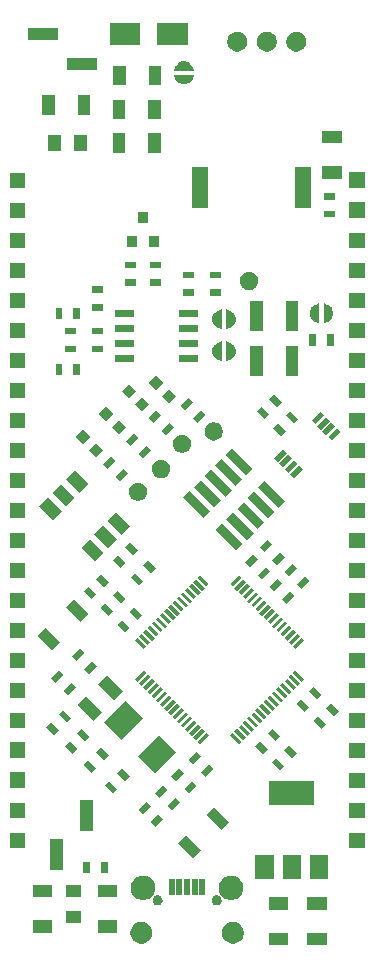
<source format=gbr>
G04 #@! TF.GenerationSoftware,KiCad,Pcbnew,(5.1.4)-1*
G04 #@! TF.CreationDate,2019-10-25T14:32:54-02:30*
G04 #@! TF.ProjectId,GeneralMCU,47656e65-7261-46c4-9d43-552e6b696361,rev?*
G04 #@! TF.SameCoordinates,Original*
G04 #@! TF.FileFunction,Soldermask,Top*
G04 #@! TF.FilePolarity,Negative*
%FSLAX46Y46*%
G04 Gerber Fmt 4.6, Leading zero omitted, Abs format (unit mm)*
G04 Created by KiCad (PCBNEW (5.1.4)-1) date 2019-10-25 14:32:54*
%MOMM*%
%LPD*%
G04 APERTURE LIST*
%ADD10C,0.100000*%
G04 APERTURE END LIST*
D10*
G36*
X76825400Y-149265400D02*
G01*
X75174600Y-149265400D01*
X75174600Y-148214600D01*
X76825400Y-148214600D01*
X76825400Y-149265400D01*
X76825400Y-149265400D01*
G37*
G36*
X73575400Y-149265400D02*
G01*
X71924600Y-149265400D01*
X71924600Y-148214600D01*
X73575400Y-148214600D01*
X73575400Y-149265400D01*
X73575400Y-149265400D01*
G37*
G36*
X61394929Y-147310162D02*
G01*
X61394931Y-147310163D01*
X61394932Y-147310163D01*
X61563342Y-147379921D01*
X61714903Y-147481191D01*
X61714905Y-147481193D01*
X61714908Y-147481195D01*
X61843805Y-147610092D01*
X61843807Y-147610095D01*
X61843809Y-147610097D01*
X61945079Y-147761658D01*
X62014837Y-147930068D01*
X62050400Y-148108857D01*
X62050400Y-148291143D01*
X62014837Y-148469932D01*
X61945079Y-148638342D01*
X61843809Y-148789903D01*
X61843807Y-148789905D01*
X61843805Y-148789908D01*
X61714908Y-148918805D01*
X61714905Y-148918807D01*
X61714903Y-148918809D01*
X61563342Y-149020079D01*
X61394932Y-149089837D01*
X61394931Y-149089837D01*
X61394929Y-149089838D01*
X61216144Y-149125400D01*
X61033856Y-149125400D01*
X60855071Y-149089838D01*
X60855069Y-149089837D01*
X60855068Y-149089837D01*
X60686658Y-149020079D01*
X60535097Y-148918809D01*
X60535095Y-148918807D01*
X60535092Y-148918805D01*
X60406195Y-148789908D01*
X60406193Y-148789905D01*
X60406191Y-148789903D01*
X60304921Y-148638342D01*
X60235163Y-148469932D01*
X60199600Y-148291143D01*
X60199600Y-148108857D01*
X60235163Y-147930068D01*
X60304921Y-147761658D01*
X60406191Y-147610097D01*
X60406193Y-147610095D01*
X60406195Y-147610092D01*
X60535092Y-147481195D01*
X60535095Y-147481193D01*
X60535097Y-147481191D01*
X60686658Y-147379921D01*
X60855068Y-147310163D01*
X60855069Y-147310163D01*
X60855071Y-147310162D01*
X61033856Y-147274600D01*
X61216144Y-147274600D01*
X61394929Y-147310162D01*
X61394929Y-147310162D01*
G37*
G36*
X69144929Y-147310162D02*
G01*
X69144931Y-147310163D01*
X69144932Y-147310163D01*
X69313342Y-147379921D01*
X69464903Y-147481191D01*
X69464905Y-147481193D01*
X69464908Y-147481195D01*
X69593805Y-147610092D01*
X69593807Y-147610095D01*
X69593809Y-147610097D01*
X69695079Y-147761658D01*
X69764837Y-147930068D01*
X69800400Y-148108857D01*
X69800400Y-148291143D01*
X69764837Y-148469932D01*
X69695079Y-148638342D01*
X69593809Y-148789903D01*
X69593807Y-148789905D01*
X69593805Y-148789908D01*
X69464908Y-148918805D01*
X69464905Y-148918807D01*
X69464903Y-148918809D01*
X69313342Y-149020079D01*
X69144932Y-149089837D01*
X69144931Y-149089837D01*
X69144929Y-149089838D01*
X68966144Y-149125400D01*
X68783856Y-149125400D01*
X68605071Y-149089838D01*
X68605069Y-149089837D01*
X68605068Y-149089837D01*
X68436658Y-149020079D01*
X68285097Y-148918809D01*
X68285095Y-148918807D01*
X68285092Y-148918805D01*
X68156195Y-148789908D01*
X68156193Y-148789905D01*
X68156191Y-148789903D01*
X68054921Y-148638342D01*
X67985163Y-148469932D01*
X67949600Y-148291143D01*
X67949600Y-148108857D01*
X67985163Y-147930068D01*
X68054921Y-147761658D01*
X68156191Y-147610097D01*
X68156193Y-147610095D01*
X68156195Y-147610092D01*
X68285092Y-147481195D01*
X68285095Y-147481193D01*
X68285097Y-147481191D01*
X68436658Y-147379921D01*
X68605068Y-147310163D01*
X68605069Y-147310163D01*
X68605071Y-147310162D01*
X68783856Y-147274600D01*
X68966144Y-147274600D01*
X69144929Y-147310162D01*
X69144929Y-147310162D01*
G37*
G36*
X59085400Y-148210400D02*
G01*
X57434600Y-148210400D01*
X57434600Y-147159600D01*
X59085400Y-147159600D01*
X59085400Y-148210400D01*
X59085400Y-148210400D01*
G37*
G36*
X53585400Y-148210400D02*
G01*
X51934600Y-148210400D01*
X51934600Y-147159600D01*
X53585400Y-147159600D01*
X53585400Y-148210400D01*
X53585400Y-148210400D01*
G37*
G36*
X56035400Y-147385400D02*
G01*
X54734600Y-147385400D01*
X54734600Y-146334600D01*
X56035400Y-146334600D01*
X56035400Y-147385400D01*
X56035400Y-147385400D01*
G37*
G36*
X76825400Y-146265400D02*
G01*
X75174600Y-146265400D01*
X75174600Y-145214600D01*
X76825400Y-145214600D01*
X76825400Y-146265400D01*
X76825400Y-146265400D01*
G37*
G36*
X73575400Y-146265400D02*
G01*
X71924600Y-146265400D01*
X71924600Y-145214600D01*
X73575400Y-145214600D01*
X73575400Y-146265400D01*
X73575400Y-146265400D01*
G37*
G36*
X67562445Y-145028687D02*
G01*
X67624088Y-145040948D01*
X67701504Y-145073015D01*
X67771172Y-145119566D01*
X67830434Y-145178828D01*
X67876985Y-145248496D01*
X67909052Y-145325912D01*
X67925400Y-145408103D01*
X67925400Y-145491897D01*
X67909052Y-145574088D01*
X67876985Y-145651504D01*
X67830434Y-145721172D01*
X67771172Y-145780434D01*
X67701504Y-145826985D01*
X67624088Y-145859052D01*
X67562445Y-145871313D01*
X67541898Y-145875400D01*
X67458102Y-145875400D01*
X67437555Y-145871313D01*
X67375912Y-145859052D01*
X67298496Y-145826985D01*
X67228828Y-145780434D01*
X67169566Y-145721172D01*
X67123015Y-145651504D01*
X67090948Y-145574088D01*
X67074600Y-145491897D01*
X67074600Y-145408103D01*
X67090948Y-145325912D01*
X67123015Y-145248496D01*
X67169566Y-145178828D01*
X67228828Y-145119566D01*
X67298496Y-145073015D01*
X67375912Y-145040948D01*
X67437555Y-145028687D01*
X67458102Y-145024600D01*
X67541898Y-145024600D01*
X67562445Y-145028687D01*
X67562445Y-145028687D01*
G37*
G36*
X62562445Y-145028687D02*
G01*
X62624088Y-145040948D01*
X62701504Y-145073015D01*
X62771172Y-145119566D01*
X62830434Y-145178828D01*
X62876985Y-145248496D01*
X62909052Y-145325912D01*
X62925400Y-145408103D01*
X62925400Y-145491897D01*
X62909052Y-145574088D01*
X62876985Y-145651504D01*
X62830434Y-145721172D01*
X62771172Y-145780434D01*
X62701504Y-145826985D01*
X62624088Y-145859052D01*
X62562445Y-145871313D01*
X62541898Y-145875400D01*
X62458102Y-145875400D01*
X62437555Y-145871313D01*
X62375912Y-145859052D01*
X62298496Y-145826985D01*
X62228828Y-145780434D01*
X62169566Y-145721172D01*
X62123015Y-145651504D01*
X62090948Y-145574088D01*
X62074600Y-145491897D01*
X62074600Y-145408103D01*
X62090948Y-145325912D01*
X62123015Y-145248496D01*
X62169566Y-145178828D01*
X62228828Y-145119566D01*
X62298496Y-145073015D01*
X62375912Y-145040948D01*
X62437555Y-145028687D01*
X62458102Y-145024600D01*
X62541898Y-145024600D01*
X62562445Y-145028687D01*
X62562445Y-145028687D01*
G37*
G36*
X61425519Y-143384451D02*
G01*
X61574101Y-143414006D01*
X61760710Y-143491302D01*
X61928650Y-143603516D01*
X62071484Y-143746350D01*
X62183698Y-143914290D01*
X62260994Y-144100899D01*
X62300400Y-144299008D01*
X62300400Y-144500992D01*
X62260994Y-144699101D01*
X62183698Y-144885710D01*
X62071484Y-145053650D01*
X61928650Y-145196484D01*
X61760710Y-145308698D01*
X61574101Y-145385994D01*
X61425519Y-145415548D01*
X61375993Y-145425400D01*
X61174007Y-145425400D01*
X61124481Y-145415548D01*
X60975899Y-145385994D01*
X60789290Y-145308698D01*
X60621350Y-145196484D01*
X60478516Y-145053650D01*
X60366302Y-144885710D01*
X60289006Y-144699101D01*
X60249600Y-144500992D01*
X60249600Y-144299008D01*
X60289006Y-144100899D01*
X60366302Y-143914290D01*
X60478516Y-143746350D01*
X60621350Y-143603516D01*
X60789290Y-143491302D01*
X60975899Y-143414006D01*
X61124481Y-143384451D01*
X61174007Y-143374600D01*
X61375993Y-143374600D01*
X61425519Y-143384451D01*
X61425519Y-143384451D01*
G37*
G36*
X68875519Y-143384451D02*
G01*
X69024101Y-143414006D01*
X69210710Y-143491302D01*
X69378650Y-143603516D01*
X69521484Y-143746350D01*
X69633698Y-143914290D01*
X69710994Y-144100899D01*
X69750400Y-144299008D01*
X69750400Y-144500992D01*
X69710994Y-144699101D01*
X69633698Y-144885710D01*
X69521484Y-145053650D01*
X69378650Y-145196484D01*
X69210710Y-145308698D01*
X69024101Y-145385994D01*
X68875519Y-145415548D01*
X68825993Y-145425400D01*
X68624007Y-145425400D01*
X68574481Y-145415548D01*
X68425899Y-145385994D01*
X68239290Y-145308698D01*
X68071350Y-145196484D01*
X67928516Y-145053650D01*
X67816302Y-144885710D01*
X67739006Y-144699101D01*
X67699600Y-144500992D01*
X67699600Y-144299008D01*
X67739006Y-144100899D01*
X67816302Y-143914290D01*
X67928516Y-143746350D01*
X68071350Y-143603516D01*
X68239290Y-143491302D01*
X68425899Y-143414006D01*
X68574481Y-143384451D01*
X68624007Y-143374600D01*
X68825993Y-143374600D01*
X68875519Y-143384451D01*
X68875519Y-143384451D01*
G37*
G36*
X59085400Y-145210400D02*
G01*
X57434600Y-145210400D01*
X57434600Y-144159600D01*
X59085400Y-144159600D01*
X59085400Y-145210400D01*
X59085400Y-145210400D01*
G37*
G36*
X53585400Y-145210400D02*
G01*
X51934600Y-145210400D01*
X51934600Y-144159600D01*
X53585400Y-144159600D01*
X53585400Y-145210400D01*
X53585400Y-145210400D01*
G37*
G36*
X56035400Y-145185400D02*
G01*
X54734600Y-145185400D01*
X54734600Y-144134600D01*
X56035400Y-144134600D01*
X56035400Y-145185400D01*
X56035400Y-145185400D01*
G37*
G36*
X65900400Y-145025400D02*
G01*
X65399600Y-145025400D01*
X65399600Y-143674600D01*
X65900400Y-143674600D01*
X65900400Y-145025400D01*
X65900400Y-145025400D01*
G37*
G36*
X63950400Y-145025400D02*
G01*
X63449600Y-145025400D01*
X63449600Y-143674600D01*
X63950400Y-143674600D01*
X63950400Y-145025400D01*
X63950400Y-145025400D01*
G37*
G36*
X64600400Y-145025400D02*
G01*
X64099600Y-145025400D01*
X64099600Y-143674600D01*
X64600400Y-143674600D01*
X64600400Y-145025400D01*
X64600400Y-145025400D01*
G37*
G36*
X65250400Y-145025400D02*
G01*
X64749600Y-145025400D01*
X64749600Y-143674600D01*
X65250400Y-143674600D01*
X65250400Y-145025400D01*
X65250400Y-145025400D01*
G37*
G36*
X66550400Y-145025400D02*
G01*
X66049600Y-145025400D01*
X66049600Y-143674600D01*
X66550400Y-143674600D01*
X66550400Y-145025400D01*
X66550400Y-145025400D01*
G37*
G36*
X74635400Y-143665400D02*
G01*
X73084600Y-143665400D01*
X73084600Y-141614600D01*
X74635400Y-141614600D01*
X74635400Y-143665400D01*
X74635400Y-143665400D01*
G37*
G36*
X72335400Y-143665400D02*
G01*
X70784600Y-143665400D01*
X70784600Y-141614600D01*
X72335400Y-141614600D01*
X72335400Y-143665400D01*
X72335400Y-143665400D01*
G37*
G36*
X76935400Y-143665400D02*
G01*
X75384600Y-143665400D01*
X75384600Y-141614600D01*
X76935400Y-141614600D01*
X76935400Y-143665400D01*
X76935400Y-143665400D01*
G37*
G36*
X56775400Y-143125400D02*
G01*
X56224600Y-143125400D01*
X56224600Y-142174600D01*
X56775400Y-142174600D01*
X56775400Y-143125400D01*
X56775400Y-143125400D01*
G37*
G36*
X58275400Y-143125400D02*
G01*
X57724600Y-143125400D01*
X57724600Y-142174600D01*
X58275400Y-142174600D01*
X58275400Y-143125400D01*
X58275400Y-143125400D01*
G37*
G36*
X54455400Y-142860400D02*
G01*
X53404600Y-142860400D01*
X53404600Y-140299600D01*
X54455400Y-140299600D01*
X54455400Y-142860400D01*
X54455400Y-142860400D01*
G37*
G36*
X66153078Y-141209925D02*
G01*
X65480761Y-141882242D01*
X64242758Y-140644239D01*
X64915075Y-139971922D01*
X66153078Y-141209925D01*
X66153078Y-141209925D01*
G37*
G36*
X51285400Y-141060400D02*
G01*
X49964600Y-141060400D01*
X49964600Y-139739600D01*
X51285400Y-139739600D01*
X51285400Y-141060400D01*
X51285400Y-141060400D01*
G37*
G36*
X80035400Y-141060400D02*
G01*
X78714600Y-141060400D01*
X78714600Y-139739600D01*
X80035400Y-139739600D01*
X80035400Y-141060400D01*
X80035400Y-141060400D01*
G37*
G36*
X56995400Y-139550400D02*
G01*
X55944600Y-139550400D01*
X55944600Y-136989600D01*
X56995400Y-136989600D01*
X56995400Y-139550400D01*
X56995400Y-139550400D01*
G37*
G36*
X68557242Y-138805761D02*
G01*
X67884925Y-139478078D01*
X66646922Y-138240075D01*
X67319239Y-137567758D01*
X68557242Y-138805761D01*
X68557242Y-138805761D01*
G37*
G36*
X62966253Y-138564318D02*
G01*
X62293936Y-139236635D01*
X61904461Y-138847160D01*
X62576778Y-138174843D01*
X62966253Y-138564318D01*
X62966253Y-138564318D01*
G37*
G36*
X51285400Y-138520400D02*
G01*
X49964600Y-138520400D01*
X49964600Y-137199600D01*
X51285400Y-137199600D01*
X51285400Y-138520400D01*
X51285400Y-138520400D01*
G37*
G36*
X80035400Y-138520400D02*
G01*
X78714600Y-138520400D01*
X78714600Y-137199600D01*
X80035400Y-137199600D01*
X80035400Y-138520400D01*
X80035400Y-138520400D01*
G37*
G36*
X61905593Y-137503658D02*
G01*
X61233276Y-138175975D01*
X60843801Y-137786500D01*
X61516118Y-137114183D01*
X61905593Y-137503658D01*
X61905593Y-137503658D01*
G37*
G36*
X64380466Y-137150105D02*
G01*
X63708149Y-137822422D01*
X63318674Y-137432947D01*
X63990991Y-136760630D01*
X64380466Y-137150105D01*
X64380466Y-137150105D01*
G37*
G36*
X75785400Y-137365400D02*
G01*
X71934600Y-137365400D01*
X71934600Y-135314600D01*
X75785400Y-135314600D01*
X75785400Y-137365400D01*
X75785400Y-137365400D01*
G37*
G36*
X63319806Y-136089445D02*
G01*
X62647489Y-136761762D01*
X62258014Y-136372287D01*
X62930331Y-135699970D01*
X63319806Y-136089445D01*
X63319806Y-136089445D01*
G37*
G36*
X65794681Y-135735891D02*
G01*
X65122364Y-136408208D01*
X64732889Y-136018733D01*
X65405206Y-135346416D01*
X65794681Y-135735891D01*
X65794681Y-135735891D01*
G37*
G36*
X59077167Y-136018733D02*
G01*
X58687692Y-136408208D01*
X58015375Y-135735891D01*
X58404850Y-135346416D01*
X59077167Y-136018733D01*
X59077167Y-136018733D01*
G37*
G36*
X80035400Y-135980400D02*
G01*
X78714600Y-135980400D01*
X78714600Y-134659600D01*
X80035400Y-134659600D01*
X80035400Y-135980400D01*
X80035400Y-135980400D01*
G37*
G36*
X51285400Y-135940400D02*
G01*
X49964600Y-135940400D01*
X49964600Y-134619600D01*
X51285400Y-134619600D01*
X51285400Y-135940400D01*
X51285400Y-135940400D01*
G37*
G36*
X64734021Y-134675231D02*
G01*
X64061704Y-135347548D01*
X63672229Y-134958073D01*
X64344546Y-134285756D01*
X64734021Y-134675231D01*
X64734021Y-134675231D01*
G37*
G36*
X60137827Y-134958073D02*
G01*
X59748352Y-135347548D01*
X59076035Y-134675231D01*
X59465510Y-134285756D01*
X60137827Y-134958073D01*
X60137827Y-134958073D01*
G37*
G36*
X67208893Y-134321678D02*
G01*
X66536576Y-134993995D01*
X66147101Y-134604520D01*
X66819418Y-133932203D01*
X67208893Y-134321678D01*
X67208893Y-134321678D01*
G37*
G36*
X64062269Y-132872110D02*
G01*
X62258581Y-134675798D01*
X60808447Y-133225664D01*
X62612135Y-131421976D01*
X64062269Y-132872110D01*
X64062269Y-132872110D01*
G37*
G36*
X57309400Y-134250966D02*
G01*
X56919925Y-134640441D01*
X56247608Y-133968124D01*
X56637083Y-133578649D01*
X57309400Y-134250966D01*
X57309400Y-134250966D01*
G37*
G36*
X73231739Y-134056296D02*
G01*
X72842264Y-134445771D01*
X72169947Y-133773454D01*
X72559422Y-133383979D01*
X73231739Y-134056296D01*
X73231739Y-134056296D01*
G37*
G36*
X66148233Y-133261018D02*
G01*
X65475916Y-133933335D01*
X65086441Y-133543860D01*
X65758758Y-132871543D01*
X66148233Y-133261018D01*
X66148233Y-133261018D01*
G37*
G36*
X58370060Y-133190306D02*
G01*
X57980585Y-133579781D01*
X57308268Y-132907464D01*
X57697743Y-132517989D01*
X58370060Y-133190306D01*
X58370060Y-133190306D01*
G37*
G36*
X80035400Y-133440400D02*
G01*
X78714600Y-133440400D01*
X78714600Y-132119600D01*
X80035400Y-132119600D01*
X80035400Y-133440400D01*
X80035400Y-133440400D01*
G37*
G36*
X51285400Y-133400400D02*
G01*
X49964600Y-133400400D01*
X49964600Y-132079600D01*
X51285400Y-132079600D01*
X51285400Y-133400400D01*
X51285400Y-133400400D01*
G37*
G36*
X74292399Y-132995636D02*
G01*
X73902924Y-133385111D01*
X73230607Y-132712794D01*
X73620082Y-132323319D01*
X74292399Y-132995636D01*
X74292399Y-132995636D01*
G37*
G36*
X55718409Y-132659975D02*
G01*
X55328934Y-133049450D01*
X54656617Y-132377133D01*
X55046092Y-131987658D01*
X55718409Y-132659975D01*
X55718409Y-132659975D01*
G37*
G36*
X71817526Y-132642083D02*
G01*
X71428051Y-133031558D01*
X70755734Y-132359241D01*
X71145209Y-131969766D01*
X71817526Y-132642083D01*
X71817526Y-132642083D01*
G37*
G36*
X66850101Y-131493035D02*
G01*
X66107073Y-132236063D01*
X65894375Y-132023365D01*
X66637403Y-131280337D01*
X66850101Y-131493035D01*
X66850101Y-131493035D01*
G37*
G36*
X69607817Y-132023365D02*
G01*
X69395119Y-132236063D01*
X68652091Y-131493035D01*
X68864789Y-131280337D01*
X69607817Y-132023365D01*
X69607817Y-132023365D01*
G37*
G36*
X56779069Y-131599315D02*
G01*
X56389594Y-131988790D01*
X55717277Y-131316473D01*
X56106752Y-130926998D01*
X56779069Y-131599315D01*
X56779069Y-131599315D01*
G37*
G36*
X72878186Y-131581423D02*
G01*
X72488711Y-131970898D01*
X71816394Y-131298581D01*
X72205869Y-130909106D01*
X72878186Y-131581423D01*
X72878186Y-131581423D01*
G37*
G36*
X66496547Y-131139482D02*
G01*
X65753519Y-131882510D01*
X65540821Y-131669812D01*
X66283849Y-130926784D01*
X66496547Y-131139482D01*
X66496547Y-131139482D01*
G37*
G36*
X69961371Y-131669812D02*
G01*
X69748673Y-131882510D01*
X69005645Y-131139482D01*
X69218343Y-130926784D01*
X69961371Y-131669812D01*
X69961371Y-131669812D01*
G37*
G36*
X61233841Y-130043682D02*
G01*
X59430153Y-131847370D01*
X57980019Y-130397236D01*
X59783707Y-128593548D01*
X61233841Y-130043682D01*
X61233841Y-130043682D01*
G37*
G36*
X66142994Y-130785928D02*
G01*
X65399966Y-131528956D01*
X65187268Y-131316258D01*
X65930296Y-130573230D01*
X66142994Y-130785928D01*
X66142994Y-130785928D01*
G37*
G36*
X70314924Y-131316258D02*
G01*
X70102226Y-131528956D01*
X69359198Y-130785928D01*
X69571896Y-130573230D01*
X70314924Y-131316258D01*
X70314924Y-131316258D01*
G37*
G36*
X54127420Y-131068986D02*
G01*
X53737945Y-131458461D01*
X53065628Y-130786144D01*
X53455103Y-130396669D01*
X54127420Y-131068986D01*
X54127420Y-131068986D01*
G37*
G36*
X70668477Y-130962705D02*
G01*
X70455779Y-131175403D01*
X69712751Y-130432375D01*
X69925449Y-130219677D01*
X70668477Y-130962705D01*
X70668477Y-130962705D01*
G37*
G36*
X65789441Y-130432375D02*
G01*
X65046413Y-131175403D01*
X64833715Y-130962705D01*
X65576743Y-130219677D01*
X65789441Y-130432375D01*
X65789441Y-130432375D01*
G37*
G36*
X76767273Y-130520763D02*
G01*
X76377798Y-130910238D01*
X75705481Y-130237921D01*
X76094956Y-129848446D01*
X76767273Y-130520763D01*
X76767273Y-130520763D01*
G37*
G36*
X51285400Y-130900400D02*
G01*
X49964600Y-130900400D01*
X49964600Y-129579600D01*
X51285400Y-129579600D01*
X51285400Y-130900400D01*
X51285400Y-130900400D01*
G37*
G36*
X80035400Y-130900400D02*
G01*
X78714600Y-130900400D01*
X78714600Y-129579600D01*
X80035400Y-129579600D01*
X80035400Y-130900400D01*
X80035400Y-130900400D01*
G37*
G36*
X71022031Y-130609152D02*
G01*
X70809333Y-130821850D01*
X70066305Y-130078822D01*
X70279003Y-129866124D01*
X71022031Y-130609152D01*
X71022031Y-130609152D01*
G37*
G36*
X65435887Y-130078822D02*
G01*
X64692859Y-130821850D01*
X64480161Y-130609152D01*
X65223189Y-129866124D01*
X65435887Y-130078822D01*
X65435887Y-130078822D01*
G37*
G36*
X71375584Y-130255598D02*
G01*
X71162886Y-130468296D01*
X70419858Y-129725268D01*
X70632556Y-129512570D01*
X71375584Y-130255598D01*
X71375584Y-130255598D01*
G37*
G36*
X65082334Y-129725268D02*
G01*
X64339306Y-130468296D01*
X64126608Y-130255598D01*
X64869636Y-129512570D01*
X65082334Y-129725268D01*
X65082334Y-129725268D01*
G37*
G36*
X55188080Y-130008326D02*
G01*
X54798605Y-130397801D01*
X54126288Y-129725484D01*
X54515763Y-129336009D01*
X55188080Y-130008326D01*
X55188080Y-130008326D01*
G37*
G36*
X57783105Y-129500609D02*
G01*
X57040077Y-130243637D01*
X55731363Y-128934923D01*
X56474391Y-128191895D01*
X57783105Y-129500609D01*
X57783105Y-129500609D01*
G37*
G36*
X64728780Y-129371715D02*
G01*
X63985752Y-130114743D01*
X63773054Y-129902045D01*
X64516082Y-129159017D01*
X64728780Y-129371715D01*
X64728780Y-129371715D01*
G37*
G36*
X71729138Y-129902045D02*
G01*
X71516440Y-130114743D01*
X70773412Y-129371715D01*
X70986110Y-129159017D01*
X71729138Y-129902045D01*
X71729138Y-129902045D01*
G37*
G36*
X77827933Y-129460103D02*
G01*
X77438458Y-129849578D01*
X76766141Y-129177261D01*
X77155616Y-128787786D01*
X77827933Y-129460103D01*
X77827933Y-129460103D01*
G37*
G36*
X64375227Y-129018161D02*
G01*
X63632199Y-129761189D01*
X63419501Y-129548491D01*
X64162529Y-128805463D01*
X64375227Y-129018161D01*
X64375227Y-129018161D01*
G37*
G36*
X72082691Y-129548491D02*
G01*
X71869993Y-129761189D01*
X71126965Y-129018161D01*
X71339663Y-128805463D01*
X72082691Y-129548491D01*
X72082691Y-129548491D01*
G37*
G36*
X75353060Y-129106549D02*
G01*
X74963585Y-129496024D01*
X74291268Y-128823707D01*
X74680743Y-128434232D01*
X75353060Y-129106549D01*
X75353060Y-129106549D01*
G37*
G36*
X72436244Y-129194938D02*
G01*
X72223546Y-129407636D01*
X71480518Y-128664608D01*
X71693216Y-128451910D01*
X72436244Y-129194938D01*
X72436244Y-129194938D01*
G37*
G36*
X64021674Y-128664608D02*
G01*
X63278646Y-129407636D01*
X63065948Y-129194938D01*
X63808976Y-128451910D01*
X64021674Y-128664608D01*
X64021674Y-128664608D01*
G37*
G36*
X72789798Y-128841385D02*
G01*
X72577100Y-129054083D01*
X71834072Y-128311055D01*
X72046770Y-128098357D01*
X72789798Y-128841385D01*
X72789798Y-128841385D01*
G37*
G36*
X63668120Y-128311055D02*
G01*
X62925092Y-129054083D01*
X62712394Y-128841385D01*
X63455422Y-128098357D01*
X63668120Y-128311055D01*
X63668120Y-128311055D01*
G37*
G36*
X73143351Y-128487831D02*
G01*
X72930653Y-128700529D01*
X72187625Y-127957501D01*
X72400323Y-127744803D01*
X73143351Y-128487831D01*
X73143351Y-128487831D01*
G37*
G36*
X63314567Y-127957501D02*
G01*
X62571539Y-128700529D01*
X62358841Y-128487831D01*
X63101869Y-127744803D01*
X63314567Y-127957501D01*
X63314567Y-127957501D01*
G37*
G36*
X59550871Y-127732843D02*
G01*
X58807843Y-128475871D01*
X57499129Y-127167157D01*
X58242157Y-126424129D01*
X59550871Y-127732843D01*
X59550871Y-127732843D01*
G37*
G36*
X76413720Y-128045889D02*
G01*
X76024245Y-128435364D01*
X75351928Y-127763047D01*
X75741403Y-127373572D01*
X76413720Y-128045889D01*
X76413720Y-128045889D01*
G37*
G36*
X80035400Y-128360400D02*
G01*
X78714600Y-128360400D01*
X78714600Y-127039600D01*
X80035400Y-127039600D01*
X80035400Y-128360400D01*
X80035400Y-128360400D01*
G37*
G36*
X51285400Y-128360400D02*
G01*
X49964600Y-128360400D01*
X49964600Y-127039600D01*
X51285400Y-127039600D01*
X51285400Y-128360400D01*
X51285400Y-128360400D01*
G37*
G36*
X73496905Y-128134278D02*
G01*
X73284207Y-128346976D01*
X72541179Y-127603948D01*
X72753877Y-127391250D01*
X73496905Y-128134278D01*
X73496905Y-128134278D01*
G37*
G36*
X62961013Y-127603948D02*
G01*
X62217985Y-128346976D01*
X62005287Y-128134278D01*
X62748315Y-127391250D01*
X62961013Y-127603948D01*
X62961013Y-127603948D01*
G37*
G36*
X55580896Y-127408579D02*
G01*
X54908579Y-128080896D01*
X54519104Y-127691421D01*
X55191421Y-127019104D01*
X55580896Y-127408579D01*
X55580896Y-127408579D01*
G37*
G36*
X62607460Y-127250394D02*
G01*
X61864432Y-127993422D01*
X61651734Y-127780724D01*
X62394762Y-127037696D01*
X62607460Y-127250394D01*
X62607460Y-127250394D01*
G37*
G36*
X73850458Y-127780724D02*
G01*
X73637760Y-127993422D01*
X72894732Y-127250394D01*
X73107430Y-127037696D01*
X73850458Y-127780724D01*
X73850458Y-127780724D01*
G37*
G36*
X62253907Y-126896841D02*
G01*
X61510879Y-127639869D01*
X61298181Y-127427171D01*
X62041209Y-126684143D01*
X62253907Y-126896841D01*
X62253907Y-126896841D01*
G37*
G36*
X74204011Y-127427171D02*
G01*
X73991313Y-127639869D01*
X73248285Y-126896841D01*
X73460983Y-126684143D01*
X74204011Y-127427171D01*
X74204011Y-127427171D01*
G37*
G36*
X61900353Y-126543288D02*
G01*
X61157325Y-127286316D01*
X60944627Y-127073618D01*
X61687655Y-126330590D01*
X61900353Y-126543288D01*
X61900353Y-126543288D01*
G37*
G36*
X74557565Y-127073618D02*
G01*
X74344867Y-127286316D01*
X73601839Y-126543288D01*
X73814537Y-126330590D01*
X74557565Y-127073618D01*
X74557565Y-127073618D01*
G37*
G36*
X54520236Y-126347919D02*
G01*
X53847919Y-127020236D01*
X53458444Y-126630761D01*
X54130761Y-125958444D01*
X54520236Y-126347919D01*
X54520236Y-126347919D01*
G37*
G36*
X61546800Y-126189734D02*
G01*
X60803772Y-126932762D01*
X60591074Y-126720064D01*
X61334102Y-125977036D01*
X61546800Y-126189734D01*
X61546800Y-126189734D01*
G37*
G36*
X74911118Y-126720064D02*
G01*
X74698420Y-126932762D01*
X73955392Y-126189734D01*
X74168090Y-125977036D01*
X74911118Y-126720064D01*
X74911118Y-126720064D01*
G37*
G36*
X57355896Y-125583579D02*
G01*
X56683579Y-126255896D01*
X56294104Y-125866421D01*
X56966421Y-125194104D01*
X57355896Y-125583579D01*
X57355896Y-125583579D01*
G37*
G36*
X80035400Y-125820400D02*
G01*
X78714600Y-125820400D01*
X78714600Y-124499600D01*
X80035400Y-124499600D01*
X80035400Y-125820400D01*
X80035400Y-125820400D01*
G37*
G36*
X51285400Y-125820400D02*
G01*
X49964600Y-125820400D01*
X49964600Y-124499600D01*
X51285400Y-124499600D01*
X51285400Y-125820400D01*
X51285400Y-125820400D01*
G37*
G36*
X56295236Y-124522919D02*
G01*
X55622919Y-125195236D01*
X55233444Y-124805761D01*
X55905761Y-124133444D01*
X56295236Y-124522919D01*
X56295236Y-124522919D01*
G37*
G36*
X54225996Y-123612007D02*
G01*
X53553679Y-124284324D01*
X52315676Y-123046321D01*
X52987993Y-122374004D01*
X54225996Y-123612007D01*
X54225996Y-123612007D01*
G37*
G36*
X74911118Y-123432018D02*
G01*
X74168090Y-124175046D01*
X73955392Y-123962348D01*
X74698420Y-123219320D01*
X74911118Y-123432018D01*
X74911118Y-123432018D01*
G37*
G36*
X61546800Y-123962348D02*
G01*
X61334102Y-124175046D01*
X60591074Y-123432018D01*
X60803772Y-123219320D01*
X61546800Y-123962348D01*
X61546800Y-123962348D01*
G37*
G36*
X61900353Y-123608794D02*
G01*
X61687655Y-123821492D01*
X60944627Y-123078464D01*
X61157325Y-122865766D01*
X61900353Y-123608794D01*
X61900353Y-123608794D01*
G37*
G36*
X74557565Y-123078464D02*
G01*
X73814537Y-123821492D01*
X73601839Y-123608794D01*
X74344867Y-122865766D01*
X74557565Y-123078464D01*
X74557565Y-123078464D01*
G37*
G36*
X74204011Y-122724911D02*
G01*
X73460983Y-123467939D01*
X73248285Y-123255241D01*
X73991313Y-122512213D01*
X74204011Y-122724911D01*
X74204011Y-122724911D01*
G37*
G36*
X62253907Y-123255241D02*
G01*
X62041209Y-123467939D01*
X61298181Y-122724911D01*
X61510879Y-122512213D01*
X62253907Y-123255241D01*
X62253907Y-123255241D01*
G37*
G36*
X80035400Y-123280400D02*
G01*
X78714600Y-123280400D01*
X78714600Y-121959600D01*
X80035400Y-121959600D01*
X80035400Y-123280400D01*
X80035400Y-123280400D01*
G37*
G36*
X51285400Y-123280400D02*
G01*
X49964600Y-123280400D01*
X49964600Y-121959600D01*
X51285400Y-121959600D01*
X51285400Y-123280400D01*
X51285400Y-123280400D01*
G37*
G36*
X73850458Y-122371358D02*
G01*
X73107430Y-123114386D01*
X72894732Y-122901688D01*
X73637760Y-122158660D01*
X73850458Y-122371358D01*
X73850458Y-122371358D01*
G37*
G36*
X62607460Y-122901688D02*
G01*
X62394762Y-123114386D01*
X61651734Y-122371358D01*
X61864432Y-122158660D01*
X62607460Y-122901688D01*
X62607460Y-122901688D01*
G37*
G36*
X60150264Y-122389035D02*
G01*
X59760789Y-122778510D01*
X59088472Y-122106193D01*
X59477947Y-121716718D01*
X60150264Y-122389035D01*
X60150264Y-122389035D01*
G37*
G36*
X73496905Y-122017804D02*
G01*
X72753877Y-122760832D01*
X72541179Y-122548134D01*
X73284207Y-121805106D01*
X73496905Y-122017804D01*
X73496905Y-122017804D01*
G37*
G36*
X62961013Y-122548134D02*
G01*
X62748315Y-122760832D01*
X62005287Y-122017804D01*
X62217985Y-121805106D01*
X62961013Y-122548134D01*
X62961013Y-122548134D01*
G37*
G36*
X63314567Y-122194581D02*
G01*
X63101869Y-122407279D01*
X62358841Y-121664251D01*
X62571539Y-121451553D01*
X63314567Y-122194581D01*
X63314567Y-122194581D01*
G37*
G36*
X73143351Y-121664251D02*
G01*
X72400323Y-122407279D01*
X72187625Y-122194581D01*
X72930653Y-121451553D01*
X73143351Y-121664251D01*
X73143351Y-121664251D01*
G37*
G36*
X63668120Y-121841027D02*
G01*
X63455422Y-122053725D01*
X62712394Y-121310697D01*
X62925092Y-121097999D01*
X63668120Y-121841027D01*
X63668120Y-121841027D01*
G37*
G36*
X72789798Y-121310697D02*
G01*
X72046770Y-122053725D01*
X71834072Y-121841027D01*
X72577100Y-121097999D01*
X72789798Y-121310697D01*
X72789798Y-121310697D01*
G37*
G36*
X56630160Y-121207843D02*
G01*
X55957843Y-121880160D01*
X54719840Y-120642157D01*
X55392157Y-119969840D01*
X56630160Y-121207843D01*
X56630160Y-121207843D01*
G37*
G36*
X61210924Y-121328375D02*
G01*
X60821449Y-121717850D01*
X60149132Y-121045533D01*
X60538607Y-120656058D01*
X61210924Y-121328375D01*
X61210924Y-121328375D01*
G37*
G36*
X64021674Y-121487474D02*
G01*
X63808976Y-121700172D01*
X63065948Y-120957144D01*
X63278646Y-120744446D01*
X64021674Y-121487474D01*
X64021674Y-121487474D01*
G37*
G36*
X72436244Y-120957144D02*
G01*
X71693216Y-121700172D01*
X71480518Y-121487474D01*
X72223546Y-120744446D01*
X72436244Y-120957144D01*
X72436244Y-120957144D01*
G37*
G36*
X58736051Y-120974821D02*
G01*
X58346576Y-121364296D01*
X57674259Y-120691979D01*
X58063734Y-120302504D01*
X58736051Y-120974821D01*
X58736051Y-120974821D01*
G37*
G36*
X72082691Y-120603591D02*
G01*
X71339663Y-121346619D01*
X71126965Y-121133921D01*
X71869993Y-120390893D01*
X72082691Y-120603591D01*
X72082691Y-120603591D01*
G37*
G36*
X64375227Y-121133921D02*
G01*
X64162529Y-121346619D01*
X63419501Y-120603591D01*
X63632199Y-120390893D01*
X64375227Y-121133921D01*
X64375227Y-121133921D01*
G37*
G36*
X64728780Y-120780367D02*
G01*
X64516082Y-120993065D01*
X63773054Y-120250037D01*
X63985752Y-120037339D01*
X64728780Y-120780367D01*
X64728780Y-120780367D01*
G37*
G36*
X71729138Y-120250037D02*
G01*
X70986110Y-120993065D01*
X70773412Y-120780367D01*
X71516440Y-120037339D01*
X71729138Y-120250037D01*
X71729138Y-120250037D01*
G37*
G36*
X80035400Y-120740400D02*
G01*
X78714600Y-120740400D01*
X78714600Y-119419600D01*
X80035400Y-119419600D01*
X80035400Y-120740400D01*
X80035400Y-120740400D01*
G37*
G36*
X51285400Y-120740400D02*
G01*
X49964600Y-120740400D01*
X49964600Y-119419600D01*
X51285400Y-119419600D01*
X51285400Y-120740400D01*
X51285400Y-120740400D01*
G37*
G36*
X71375584Y-119896484D02*
G01*
X70632556Y-120639512D01*
X70419858Y-120426814D01*
X71162886Y-119683786D01*
X71375584Y-119896484D01*
X71375584Y-119896484D01*
G37*
G36*
X65082334Y-120426814D02*
G01*
X64869636Y-120639512D01*
X64126608Y-119896484D01*
X64339306Y-119683786D01*
X65082334Y-120426814D01*
X65082334Y-120426814D01*
G37*
G36*
X74091556Y-119669239D02*
G01*
X73419239Y-120341556D01*
X73029764Y-119952081D01*
X73702081Y-119279764D01*
X74091556Y-119669239D01*
X74091556Y-119669239D01*
G37*
G36*
X59796711Y-119914161D02*
G01*
X59407236Y-120303636D01*
X58734919Y-119631319D01*
X59124394Y-119241844D01*
X59796711Y-119914161D01*
X59796711Y-119914161D01*
G37*
G36*
X65435887Y-120073260D02*
G01*
X65223189Y-120285958D01*
X64480161Y-119542930D01*
X64692859Y-119330232D01*
X65435887Y-120073260D01*
X65435887Y-120073260D01*
G37*
G36*
X71022031Y-119542930D02*
G01*
X70279003Y-120285958D01*
X70066305Y-120073260D01*
X70809333Y-119330232D01*
X71022031Y-119542930D01*
X71022031Y-119542930D01*
G37*
G36*
X57321837Y-119560608D02*
G01*
X56932362Y-119950083D01*
X56260045Y-119277766D01*
X56649520Y-118888291D01*
X57321837Y-119560608D01*
X57321837Y-119560608D01*
G37*
G36*
X70668477Y-119189377D02*
G01*
X69925449Y-119932405D01*
X69712751Y-119719707D01*
X70455779Y-118976679D01*
X70668477Y-119189377D01*
X70668477Y-119189377D01*
G37*
G36*
X65789441Y-119719707D02*
G01*
X65576743Y-119932405D01*
X64833715Y-119189377D01*
X65046413Y-118976679D01*
X65789441Y-119719707D01*
X65789441Y-119719707D01*
G37*
G36*
X70314924Y-118835824D02*
G01*
X69571896Y-119578852D01*
X69359198Y-119366154D01*
X70102226Y-118623126D01*
X70314924Y-118835824D01*
X70314924Y-118835824D01*
G37*
G36*
X66142994Y-119366154D02*
G01*
X65930296Y-119578852D01*
X65187268Y-118835824D01*
X65399966Y-118623126D01*
X66142994Y-119366154D01*
X66142994Y-119366154D01*
G37*
G36*
X73030896Y-118608579D02*
G01*
X72358579Y-119280896D01*
X71969104Y-118891421D01*
X72641421Y-118219104D01*
X73030896Y-118608579D01*
X73030896Y-118608579D01*
G37*
G36*
X69961371Y-118482270D02*
G01*
X69218343Y-119225298D01*
X69005645Y-119012600D01*
X69748673Y-118269572D01*
X69961371Y-118482270D01*
X69961371Y-118482270D01*
G37*
G36*
X66496547Y-119012600D02*
G01*
X66283849Y-119225298D01*
X65540821Y-118482270D01*
X65753519Y-118269572D01*
X66496547Y-119012600D01*
X66496547Y-119012600D01*
G37*
G36*
X75341556Y-118419239D02*
G01*
X74669239Y-119091556D01*
X74279764Y-118702081D01*
X74952081Y-118029764D01*
X75341556Y-118419239D01*
X75341556Y-118419239D01*
G37*
G36*
X58382497Y-118499948D02*
G01*
X57993022Y-118889423D01*
X57320705Y-118217106D01*
X57710180Y-117827631D01*
X58382497Y-118499948D01*
X58382497Y-118499948D01*
G37*
G36*
X69607817Y-118128717D02*
G01*
X68864789Y-118871745D01*
X68652091Y-118659047D01*
X69395119Y-117916019D01*
X69607817Y-118128717D01*
X69607817Y-118128717D01*
G37*
G36*
X66850101Y-118659047D02*
G01*
X66637403Y-118871745D01*
X65894375Y-118128717D01*
X66107073Y-117916019D01*
X66850101Y-118659047D01*
X66850101Y-118659047D01*
G37*
G36*
X61280896Y-118391421D02*
G01*
X60891421Y-118780896D01*
X60219104Y-118108579D01*
X60608579Y-117719104D01*
X61280896Y-118391421D01*
X61280896Y-118391421D01*
G37*
G36*
X72030896Y-117608579D02*
G01*
X71358579Y-118280896D01*
X70969104Y-117891421D01*
X71641421Y-117219104D01*
X72030896Y-117608579D01*
X72030896Y-117608579D01*
G37*
G36*
X80035400Y-118200400D02*
G01*
X78714600Y-118200400D01*
X78714600Y-116879600D01*
X80035400Y-116879600D01*
X80035400Y-118200400D01*
X80035400Y-118200400D01*
G37*
G36*
X51285400Y-118200400D02*
G01*
X49964600Y-118200400D01*
X49964600Y-116879600D01*
X51285400Y-116879600D01*
X51285400Y-118200400D01*
X51285400Y-118200400D01*
G37*
G36*
X74280896Y-117358579D02*
G01*
X73608579Y-118030896D01*
X73219104Y-117641421D01*
X73891421Y-116969104D01*
X74280896Y-117358579D01*
X74280896Y-117358579D01*
G37*
G36*
X62341556Y-117330761D02*
G01*
X61952081Y-117720236D01*
X61279764Y-117047919D01*
X61669239Y-116658444D01*
X62341556Y-117330761D01*
X62341556Y-117330761D01*
G37*
G36*
X59780896Y-116891421D02*
G01*
X59391421Y-117280896D01*
X58719104Y-116608579D01*
X59108579Y-116219104D01*
X59780896Y-116891421D01*
X59780896Y-116891421D01*
G37*
G36*
X70970236Y-116547919D02*
G01*
X70297919Y-117220236D01*
X69908444Y-116830761D01*
X70580761Y-116158444D01*
X70970236Y-116547919D01*
X70970236Y-116547919D01*
G37*
G36*
X73280896Y-116358579D02*
G01*
X72608579Y-117030896D01*
X72219104Y-116641421D01*
X72891421Y-115969104D01*
X73280896Y-116358579D01*
X73280896Y-116358579D01*
G37*
G36*
X57917921Y-116020332D02*
G01*
X57174893Y-116763360D01*
X56007601Y-115596068D01*
X56750629Y-114853040D01*
X57917921Y-116020332D01*
X57917921Y-116020332D01*
G37*
G36*
X60841556Y-115830761D02*
G01*
X60452081Y-116220236D01*
X59779764Y-115547919D01*
X60169239Y-115158444D01*
X60841556Y-115830761D01*
X60841556Y-115830761D01*
G37*
G36*
X72220236Y-115297919D02*
G01*
X71547919Y-115970236D01*
X71158444Y-115580761D01*
X71830761Y-114908444D01*
X72220236Y-115297919D01*
X72220236Y-115297919D01*
G37*
G36*
X69728886Y-115261808D02*
G01*
X69169706Y-115820988D01*
X67436728Y-114088010D01*
X67995908Y-113528830D01*
X69728886Y-115261808D01*
X69728886Y-115261808D01*
G37*
G36*
X51285400Y-115660400D02*
G01*
X49964600Y-115660400D01*
X49964600Y-114339600D01*
X51285400Y-114339600D01*
X51285400Y-115660400D01*
X51285400Y-115660400D01*
G37*
G36*
X80035400Y-115660400D02*
G01*
X78714600Y-115660400D01*
X78714600Y-114339600D01*
X80035400Y-114339600D01*
X80035400Y-115660400D01*
X80035400Y-115660400D01*
G37*
G36*
X59049292Y-114888961D02*
G01*
X58306264Y-115631989D01*
X57138972Y-114464697D01*
X57882000Y-113721669D01*
X59049292Y-114888961D01*
X59049292Y-114888961D01*
G37*
G36*
X70626912Y-114363783D02*
G01*
X70067732Y-114922963D01*
X68334754Y-113189985D01*
X68893934Y-112630805D01*
X70626912Y-114363783D01*
X70626912Y-114363783D01*
G37*
G36*
X60180663Y-113757590D02*
G01*
X59437635Y-114500618D01*
X58270343Y-113333326D01*
X59013371Y-112590298D01*
X60180663Y-113757590D01*
X60180663Y-113757590D01*
G37*
G36*
X71524937Y-113465757D02*
G01*
X70965757Y-114024937D01*
X69232779Y-112291959D01*
X69791959Y-111732779D01*
X71524937Y-113465757D01*
X71524937Y-113465757D01*
G37*
G36*
X54382387Y-112484798D02*
G01*
X53639359Y-113227826D01*
X52472067Y-112060534D01*
X53215095Y-111317506D01*
X54382387Y-112484798D01*
X54382387Y-112484798D01*
G37*
G36*
X72422963Y-112567732D02*
G01*
X71863783Y-113126912D01*
X70130805Y-111393934D01*
X70689985Y-110834754D01*
X72422963Y-112567732D01*
X72422963Y-112567732D01*
G37*
G36*
X80035400Y-113120400D02*
G01*
X78714600Y-113120400D01*
X78714600Y-111799600D01*
X80035400Y-111799600D01*
X80035400Y-113120400D01*
X80035400Y-113120400D01*
G37*
G36*
X51285400Y-113120400D02*
G01*
X49964600Y-113120400D01*
X49964600Y-111799600D01*
X51285400Y-111799600D01*
X51285400Y-113120400D01*
X51285400Y-113120400D01*
G37*
G36*
X66971170Y-112504092D02*
G01*
X66411990Y-113063272D01*
X64679012Y-111330294D01*
X65238192Y-110771114D01*
X66971170Y-112504092D01*
X66971170Y-112504092D01*
G37*
G36*
X73320988Y-111669706D02*
G01*
X72761808Y-112228886D01*
X71028830Y-110495908D01*
X71588010Y-109936728D01*
X73320988Y-111669706D01*
X73320988Y-111669706D01*
G37*
G36*
X67869195Y-111606066D02*
G01*
X67310015Y-112165246D01*
X65577037Y-110432268D01*
X66136217Y-109873088D01*
X67869195Y-111606066D01*
X67869195Y-111606066D01*
G37*
G36*
X55513758Y-111353427D02*
G01*
X54770730Y-112096455D01*
X53603438Y-110929163D01*
X54346466Y-110186135D01*
X55513758Y-111353427D01*
X55513758Y-111353427D01*
G37*
G36*
X60965670Y-110090502D02*
G01*
X61078027Y-110112850D01*
X61219138Y-110171301D01*
X61346137Y-110256159D01*
X61454141Y-110364163D01*
X61457503Y-110369195D01*
X61538999Y-110491162D01*
X61597450Y-110632273D01*
X61619799Y-110744631D01*
X61625067Y-110771115D01*
X61627248Y-110782083D01*
X61627248Y-110934821D01*
X61597450Y-111084631D01*
X61538999Y-111225742D01*
X61454141Y-111352741D01*
X61346137Y-111460745D01*
X61219138Y-111545603D01*
X61078027Y-111604054D01*
X60965669Y-111626403D01*
X60928218Y-111633852D01*
X60775478Y-111633852D01*
X60738027Y-111626403D01*
X60625669Y-111604054D01*
X60484558Y-111545603D01*
X60357559Y-111460745D01*
X60249555Y-111352741D01*
X60164697Y-111225742D01*
X60106246Y-111084631D01*
X60076448Y-110934821D01*
X60076448Y-110782083D01*
X60078630Y-110771115D01*
X60083898Y-110744630D01*
X60106246Y-110632273D01*
X60164697Y-110491162D01*
X60246193Y-110369195D01*
X60249555Y-110364163D01*
X60357559Y-110256159D01*
X60484558Y-110171301D01*
X60625669Y-110112850D01*
X60738026Y-110090502D01*
X60775478Y-110083052D01*
X60928218Y-110083052D01*
X60965670Y-110090502D01*
X60965670Y-110090502D01*
G37*
G36*
X68767221Y-110708041D02*
G01*
X68208041Y-111267221D01*
X66475063Y-109534243D01*
X67034243Y-108975063D01*
X68767221Y-110708041D01*
X68767221Y-110708041D01*
G37*
G36*
X56645129Y-110222056D02*
G01*
X55902101Y-110965084D01*
X54734809Y-109797792D01*
X55477837Y-109054764D01*
X56645129Y-110222056D01*
X56645129Y-110222056D01*
G37*
G36*
X80035400Y-110580400D02*
G01*
X78714600Y-110580400D01*
X78714600Y-109259600D01*
X80035400Y-109259600D01*
X80035400Y-110580400D01*
X80035400Y-110580400D01*
G37*
G36*
X51285400Y-110580400D02*
G01*
X49964600Y-110580400D01*
X49964600Y-109259600D01*
X51285400Y-109259600D01*
X51285400Y-110580400D01*
X51285400Y-110580400D01*
G37*
G36*
X69665246Y-109810015D02*
G01*
X69106066Y-110369195D01*
X67373088Y-108636217D01*
X67932268Y-108077037D01*
X69665246Y-109810015D01*
X69665246Y-109810015D01*
G37*
G36*
X59968530Y-109302818D02*
G01*
X59296213Y-109975135D01*
X58906738Y-109585660D01*
X59579055Y-108913343D01*
X59968530Y-109302818D01*
X59968530Y-109302818D01*
G37*
G36*
X74803386Y-108953196D02*
G01*
X74060358Y-109696224D01*
X73741594Y-109377460D01*
X74484622Y-108634432D01*
X74803386Y-108953196D01*
X74803386Y-108953196D01*
G37*
G36*
X62910214Y-108145959D02*
G01*
X63022571Y-108168307D01*
X63163682Y-108226758D01*
X63290681Y-108311616D01*
X63398685Y-108419620D01*
X63398688Y-108419625D01*
X63483543Y-108546619D01*
X63541994Y-108687730D01*
X63571792Y-108837540D01*
X63571792Y-108990278D01*
X63541994Y-109140088D01*
X63492490Y-109259600D01*
X63483543Y-109281199D01*
X63398685Y-109408198D01*
X63290681Y-109516202D01*
X63186730Y-109585660D01*
X63163682Y-109601060D01*
X63022571Y-109659511D01*
X62910214Y-109681859D01*
X62872762Y-109689309D01*
X62720022Y-109689309D01*
X62682570Y-109681859D01*
X62570213Y-109659511D01*
X62429102Y-109601060D01*
X62406054Y-109585660D01*
X62302103Y-109516202D01*
X62194099Y-109408198D01*
X62109241Y-109281199D01*
X62100294Y-109259600D01*
X62050790Y-109140088D01*
X62020992Y-108990278D01*
X62020992Y-108837540D01*
X62050790Y-108687730D01*
X62109241Y-108546619D01*
X62194096Y-108419625D01*
X62194099Y-108419620D01*
X62302103Y-108311616D01*
X62429102Y-108226758D01*
X62570213Y-108168307D01*
X62682570Y-108145959D01*
X62720022Y-108138509D01*
X62872762Y-108138509D01*
X62910214Y-108145959D01*
X62910214Y-108145959D01*
G37*
G36*
X70563272Y-108911990D02*
G01*
X70004092Y-109471170D01*
X68271114Y-107738192D01*
X68830294Y-107179012D01*
X70563272Y-108911990D01*
X70563272Y-108911990D01*
G37*
G36*
X74343766Y-108493577D02*
G01*
X73600738Y-109236605D01*
X73281974Y-108917841D01*
X74025002Y-108174813D01*
X74343766Y-108493577D01*
X74343766Y-108493577D01*
G37*
G36*
X58907870Y-108242158D02*
G01*
X58235553Y-108914475D01*
X57846078Y-108525000D01*
X58518395Y-107852683D01*
X58907870Y-108242158D01*
X58907870Y-108242158D01*
G37*
G36*
X73884147Y-108033958D02*
G01*
X73141119Y-108776986D01*
X72822355Y-108458222D01*
X73565383Y-107715194D01*
X73884147Y-108033958D01*
X73884147Y-108033958D01*
G37*
G36*
X73424528Y-107574338D02*
G01*
X72681500Y-108317366D01*
X72362736Y-107998602D01*
X73105764Y-107255574D01*
X73424528Y-107574338D01*
X73424528Y-107574338D01*
G37*
G36*
X51285400Y-108040400D02*
G01*
X49964600Y-108040400D01*
X49964600Y-106719600D01*
X51285400Y-106719600D01*
X51285400Y-108040400D01*
X51285400Y-108040400D01*
G37*
G36*
X80035400Y-108040400D02*
G01*
X78714600Y-108040400D01*
X78714600Y-106719600D01*
X80035400Y-106719600D01*
X80035400Y-108040400D01*
X80035400Y-108040400D01*
G37*
G36*
X61913074Y-107358274D02*
G01*
X61240757Y-108030591D01*
X60851282Y-107641116D01*
X61523599Y-106968799D01*
X61913074Y-107358274D01*
X61913074Y-107358274D01*
G37*
G36*
X57917920Y-107322918D02*
G01*
X57316314Y-107924524D01*
X56714708Y-107322918D01*
X57316314Y-106721312D01*
X57917920Y-107322918D01*
X57917920Y-107322918D01*
G37*
G36*
X64677980Y-106024637D02*
G01*
X64790338Y-106046986D01*
X64931449Y-106105437D01*
X65058448Y-106190295D01*
X65166452Y-106298299D01*
X65251310Y-106425298D01*
X65309761Y-106566409D01*
X65339559Y-106716219D01*
X65339559Y-106868957D01*
X65309761Y-107018767D01*
X65251310Y-107159878D01*
X65166452Y-107286877D01*
X65058448Y-107394881D01*
X64931449Y-107479739D01*
X64790338Y-107538190D01*
X64677981Y-107560538D01*
X64640529Y-107567988D01*
X64487789Y-107567988D01*
X64450337Y-107560538D01*
X64337980Y-107538190D01*
X64196869Y-107479739D01*
X64069870Y-107394881D01*
X63961866Y-107286877D01*
X63877008Y-107159878D01*
X63818557Y-107018767D01*
X63788759Y-106868957D01*
X63788759Y-106716219D01*
X63818557Y-106566409D01*
X63877008Y-106425298D01*
X63961866Y-106298299D01*
X64069870Y-106190295D01*
X64196869Y-106105437D01*
X64337980Y-106046986D01*
X64450338Y-106024637D01*
X64487789Y-106017188D01*
X64640529Y-106017188D01*
X64677980Y-106024637D01*
X64677980Y-106024637D01*
G37*
G36*
X60852414Y-106297614D02*
G01*
X60180097Y-106969931D01*
X59790622Y-106580456D01*
X60462939Y-105908139D01*
X60852414Y-106297614D01*
X60852414Y-106297614D01*
G37*
G36*
X56786550Y-106191548D02*
G01*
X56184944Y-106793154D01*
X55583338Y-106191548D01*
X56184944Y-105589942D01*
X56786550Y-106191548D01*
X56786550Y-106191548D01*
G37*
G36*
X67363822Y-104982050D02*
G01*
X67476179Y-105004398D01*
X67617290Y-105062849D01*
X67744289Y-105147707D01*
X67852293Y-105255711D01*
X67889634Y-105311596D01*
X67937151Y-105382710D01*
X67995602Y-105523821D01*
X68025400Y-105673631D01*
X68025400Y-105826369D01*
X67995602Y-105976179D01*
X67950093Y-106086046D01*
X67937151Y-106117290D01*
X67852293Y-106244289D01*
X67744289Y-106352293D01*
X67635029Y-106425298D01*
X67617290Y-106437151D01*
X67476179Y-106495602D01*
X67382461Y-106514243D01*
X67326370Y-106525400D01*
X67173630Y-106525400D01*
X67117539Y-106514243D01*
X67023821Y-106495602D01*
X66882710Y-106437151D01*
X66864971Y-106425298D01*
X66755711Y-106352293D01*
X66647707Y-106244289D01*
X66562849Y-106117290D01*
X66549907Y-106086046D01*
X66504398Y-105976179D01*
X66474600Y-105826369D01*
X66474600Y-105673631D01*
X66504398Y-105523821D01*
X66562849Y-105382710D01*
X66610366Y-105311596D01*
X66647707Y-105255711D01*
X66755711Y-105147707D01*
X66882710Y-105062849D01*
X67023821Y-105004398D01*
X67136178Y-104982050D01*
X67173630Y-104974600D01*
X67326370Y-104974600D01*
X67363822Y-104982050D01*
X67363822Y-104982050D01*
G37*
G36*
X77985366Y-105771216D02*
G01*
X77242338Y-106514244D01*
X76923574Y-106195480D01*
X77666602Y-105452452D01*
X77985366Y-105771216D01*
X77985366Y-105771216D01*
G37*
G36*
X73353818Y-105735860D02*
G01*
X72964343Y-106125335D01*
X72292026Y-105453018D01*
X72681501Y-105063543D01*
X73353818Y-105735860D01*
X73353818Y-105735860D01*
G37*
G36*
X63857618Y-105413730D02*
G01*
X63185301Y-106086047D01*
X62795826Y-105696572D01*
X63468143Y-105024255D01*
X63857618Y-105413730D01*
X63857618Y-105413730D01*
G37*
G36*
X77525747Y-105311596D02*
G01*
X76782719Y-106054624D01*
X76463955Y-105735860D01*
X77206983Y-104992832D01*
X77525747Y-105311596D01*
X77525747Y-105311596D01*
G37*
G36*
X59862463Y-105378374D02*
G01*
X59260857Y-105979980D01*
X58659251Y-105378374D01*
X59260857Y-104776768D01*
X59862463Y-105378374D01*
X59862463Y-105378374D01*
G37*
G36*
X77066128Y-104851977D02*
G01*
X76323100Y-105595005D01*
X76004336Y-105276241D01*
X76747364Y-104533213D01*
X77066128Y-104851977D01*
X77066128Y-104851977D01*
G37*
G36*
X80035400Y-105500400D02*
G01*
X78714600Y-105500400D01*
X78714600Y-104179600D01*
X80035400Y-104179600D01*
X80035400Y-105500400D01*
X80035400Y-105500400D01*
G37*
G36*
X51285400Y-105500400D02*
G01*
X49964600Y-105500400D01*
X49964600Y-104179600D01*
X51285400Y-104179600D01*
X51285400Y-105500400D01*
X51285400Y-105500400D01*
G37*
G36*
X76606508Y-104392358D02*
G01*
X75863480Y-105135386D01*
X75544716Y-104816622D01*
X76287744Y-104073594D01*
X76606508Y-104392358D01*
X76606508Y-104392358D01*
G37*
G36*
X74414478Y-104675200D02*
G01*
X74025003Y-105064675D01*
X73352686Y-104392358D01*
X73742161Y-104002883D01*
X74414478Y-104675200D01*
X74414478Y-104675200D01*
G37*
G36*
X66530896Y-104358579D02*
G01*
X65858579Y-105030896D01*
X65469104Y-104641421D01*
X66141421Y-103969104D01*
X66530896Y-104358579D01*
X66530896Y-104358579D01*
G37*
G36*
X62796958Y-104353070D02*
G01*
X62124641Y-105025387D01*
X61735166Y-104635912D01*
X62407483Y-103963595D01*
X62796958Y-104353070D01*
X62796958Y-104353070D01*
G37*
G36*
X58731093Y-104247004D02*
G01*
X58129487Y-104848610D01*
X57527881Y-104247004D01*
X58129487Y-103645398D01*
X58731093Y-104247004D01*
X58731093Y-104247004D01*
G37*
G36*
X71939604Y-104321645D02*
G01*
X71550129Y-104711120D01*
X70877812Y-104038803D01*
X71267287Y-103649328D01*
X71939604Y-104321645D01*
X71939604Y-104321645D01*
G37*
G36*
X61807007Y-103433831D02*
G01*
X61205401Y-104035437D01*
X60603795Y-103433831D01*
X61205401Y-102832225D01*
X61807007Y-103433831D01*
X61807007Y-103433831D01*
G37*
G36*
X65470236Y-103297919D02*
G01*
X64797919Y-103970236D01*
X64408444Y-103580761D01*
X65080761Y-102908444D01*
X65470236Y-103297919D01*
X65470236Y-103297919D01*
G37*
G36*
X73000264Y-103260985D02*
G01*
X72610789Y-103650460D01*
X71938472Y-102978143D01*
X72327947Y-102588668D01*
X73000264Y-103260985D01*
X73000264Y-103260985D01*
G37*
G36*
X64101606Y-102750000D02*
G01*
X63500000Y-103351606D01*
X62898394Y-102750000D01*
X63500000Y-102148394D01*
X64101606Y-102750000D01*
X64101606Y-102750000D01*
G37*
G36*
X80035400Y-102960400D02*
G01*
X78714600Y-102960400D01*
X78714600Y-101639600D01*
X80035400Y-101639600D01*
X80035400Y-102960400D01*
X80035400Y-102960400D01*
G37*
G36*
X51285400Y-102960400D02*
G01*
X49964600Y-102960400D01*
X49964600Y-101639600D01*
X51285400Y-101639600D01*
X51285400Y-102960400D01*
X51285400Y-102960400D01*
G37*
G36*
X60675637Y-102302461D02*
G01*
X60074031Y-102904067D01*
X59472425Y-102302461D01*
X60074031Y-101700855D01*
X60675637Y-102302461D01*
X60675637Y-102302461D01*
G37*
G36*
X62970236Y-101618630D02*
G01*
X62368630Y-102220236D01*
X61767024Y-101618630D01*
X62368630Y-101017024D01*
X62970236Y-101618630D01*
X62970236Y-101618630D01*
G37*
G36*
X74410400Y-101035400D02*
G01*
X73359600Y-101035400D01*
X73359600Y-98484600D01*
X74410400Y-98484600D01*
X74410400Y-101035400D01*
X74410400Y-101035400D01*
G37*
G36*
X71410400Y-101035400D02*
G01*
X70359600Y-101035400D01*
X70359600Y-98484600D01*
X71410400Y-98484600D01*
X71410400Y-101035400D01*
X71410400Y-101035400D01*
G37*
G36*
X55910400Y-100985400D02*
G01*
X55359600Y-100985400D01*
X55359600Y-100034600D01*
X55910400Y-100034600D01*
X55910400Y-100985400D01*
X55910400Y-100985400D01*
G37*
G36*
X54410400Y-100985400D02*
G01*
X53859600Y-100985400D01*
X53859600Y-100034600D01*
X54410400Y-100034600D01*
X54410400Y-100985400D01*
X54410400Y-100985400D01*
G37*
G36*
X80035400Y-100420400D02*
G01*
X78714600Y-100420400D01*
X78714600Y-99099600D01*
X80035400Y-99099600D01*
X80035400Y-100420400D01*
X80035400Y-100420400D01*
G37*
G36*
X51285400Y-100420400D02*
G01*
X49964600Y-100420400D01*
X49964600Y-99099600D01*
X51285400Y-99099600D01*
X51285400Y-100420400D01*
X51285400Y-100420400D01*
G37*
G36*
X60535400Y-99895400D02*
G01*
X58934600Y-99895400D01*
X58934600Y-99244600D01*
X60535400Y-99244600D01*
X60535400Y-99895400D01*
X60535400Y-99895400D01*
G37*
G36*
X65935400Y-99895400D02*
G01*
X64334600Y-99895400D01*
X64334600Y-99244600D01*
X65935400Y-99244600D01*
X65935400Y-99895400D01*
X65935400Y-99895400D01*
G37*
G36*
X68619403Y-98233083D02*
G01*
X68628205Y-98236384D01*
X68640233Y-98239591D01*
X68652655Y-98240390D01*
X68664995Y-98238751D01*
X68676777Y-98234735D01*
X68679545Y-98233132D01*
X68705827Y-98259414D01*
X68715450Y-98267310D01*
X68722666Y-98271011D01*
X68726702Y-98278562D01*
X68734593Y-98288179D01*
X68905606Y-98459192D01*
X68915223Y-98467083D01*
X68926201Y-98472951D01*
X68938113Y-98476565D01*
X68950501Y-98477785D01*
X68962889Y-98476565D01*
X68974801Y-98472951D01*
X68982359Y-98468911D01*
X69011135Y-98555240D01*
X69016210Y-98566607D01*
X69016769Y-98567339D01*
X69017220Y-98571921D01*
X69019259Y-98579613D01*
X69116000Y-98869836D01*
X69116000Y-99070164D01*
X69019259Y-99360387D01*
X69016499Y-99372525D01*
X69016407Y-99373994D01*
X69011135Y-99384761D01*
X68982359Y-99471089D01*
X68974801Y-99467049D01*
X68962889Y-99463435D01*
X68950501Y-99462215D01*
X68938113Y-99463435D01*
X68926201Y-99467049D01*
X68915223Y-99472917D01*
X68905606Y-99480808D01*
X68734593Y-99651821D01*
X68726702Y-99661438D01*
X68722755Y-99668822D01*
X68717261Y-99671523D01*
X68705827Y-99680586D01*
X68679496Y-99706917D01*
X68674801Y-99704407D01*
X68662889Y-99700793D01*
X68650501Y-99699573D01*
X68638113Y-99700793D01*
X68628206Y-99703616D01*
X68314000Y-99821443D01*
X68314000Y-98118557D01*
X68619403Y-98233083D01*
X68619403Y-98233083D01*
G37*
G36*
X67936000Y-99821443D02*
G01*
X67621794Y-99703616D01*
X67609767Y-99700409D01*
X67597345Y-99699610D01*
X67585005Y-99701249D01*
X67573223Y-99705265D01*
X67570455Y-99706868D01*
X67544173Y-99680586D01*
X67534550Y-99672690D01*
X67527334Y-99668989D01*
X67523298Y-99661438D01*
X67515407Y-99651821D01*
X67344394Y-99480808D01*
X67334777Y-99472917D01*
X67323799Y-99467049D01*
X67311887Y-99463435D01*
X67299499Y-99462215D01*
X67287111Y-99463435D01*
X67275199Y-99467049D01*
X67267642Y-99471089D01*
X67238866Y-99384761D01*
X67233792Y-99373394D01*
X67233231Y-99372659D01*
X67232780Y-99368079D01*
X67230741Y-99360387D01*
X67134000Y-99070164D01*
X67134000Y-98869836D01*
X67230741Y-98579613D01*
X67233501Y-98567475D01*
X67233593Y-98566006D01*
X67238866Y-98555240D01*
X67267642Y-98468912D01*
X67275199Y-98472951D01*
X67287111Y-98476565D01*
X67299499Y-98477785D01*
X67311887Y-98476565D01*
X67323799Y-98472951D01*
X67334777Y-98467083D01*
X67344394Y-98459192D01*
X67515407Y-98288179D01*
X67523298Y-98278562D01*
X67527245Y-98271178D01*
X67532739Y-98268477D01*
X67544173Y-98259414D01*
X67570504Y-98233083D01*
X67575199Y-98235593D01*
X67587111Y-98239207D01*
X67599499Y-98240427D01*
X67611887Y-98239207D01*
X67621795Y-98236384D01*
X67630598Y-98233083D01*
X67936000Y-98118557D01*
X67936000Y-99821443D01*
X67936000Y-99821443D01*
G37*
G36*
X57860400Y-99035400D02*
G01*
X56909600Y-99035400D01*
X56909600Y-98484600D01*
X57860400Y-98484600D01*
X57860400Y-99035400D01*
X57860400Y-99035400D01*
G37*
G36*
X55610400Y-99035400D02*
G01*
X54659600Y-99035400D01*
X54659600Y-98484600D01*
X55610400Y-98484600D01*
X55610400Y-99035400D01*
X55610400Y-99035400D01*
G37*
G36*
X65935400Y-98625400D02*
G01*
X64334600Y-98625400D01*
X64334600Y-97974600D01*
X65935400Y-97974600D01*
X65935400Y-98625400D01*
X65935400Y-98625400D01*
G37*
G36*
X60535400Y-98625400D02*
G01*
X58934600Y-98625400D01*
X58934600Y-97974600D01*
X60535400Y-97974600D01*
X60535400Y-98625400D01*
X60535400Y-98625400D01*
G37*
G36*
X75910400Y-98485400D02*
G01*
X75359600Y-98485400D01*
X75359600Y-97534600D01*
X75910400Y-97534600D01*
X75910400Y-98485400D01*
X75910400Y-98485400D01*
G37*
G36*
X77410400Y-98485400D02*
G01*
X76859600Y-98485400D01*
X76859600Y-97534600D01*
X77410400Y-97534600D01*
X77410400Y-98485400D01*
X77410400Y-98485400D01*
G37*
G36*
X51285400Y-97880400D02*
G01*
X49964600Y-97880400D01*
X49964600Y-96559600D01*
X51285400Y-96559600D01*
X51285400Y-97880400D01*
X51285400Y-97880400D01*
G37*
G36*
X80035400Y-97880400D02*
G01*
X78714600Y-97880400D01*
X78714600Y-96559600D01*
X80035400Y-96559600D01*
X80035400Y-97880400D01*
X80035400Y-97880400D01*
G37*
G36*
X57860400Y-97535400D02*
G01*
X56909600Y-97535400D01*
X56909600Y-96984600D01*
X57860400Y-96984600D01*
X57860400Y-97535400D01*
X57860400Y-97535400D01*
G37*
G36*
X55610400Y-97535400D02*
G01*
X54659600Y-97535400D01*
X54659600Y-96984600D01*
X55610400Y-96984600D01*
X55610400Y-97535400D01*
X55610400Y-97535400D01*
G37*
G36*
X65935400Y-97355400D02*
G01*
X64334600Y-97355400D01*
X64334600Y-96704600D01*
X65935400Y-96704600D01*
X65935400Y-97355400D01*
X65935400Y-97355400D01*
G37*
G36*
X60535400Y-97355400D02*
G01*
X58934600Y-97355400D01*
X58934600Y-96704600D01*
X60535400Y-96704600D01*
X60535400Y-97355400D01*
X60535400Y-97355400D01*
G37*
G36*
X71410400Y-97285400D02*
G01*
X70359600Y-97285400D01*
X70359600Y-94734600D01*
X71410400Y-94734600D01*
X71410400Y-97285400D01*
X71410400Y-97285400D01*
G37*
G36*
X74410400Y-97285400D02*
G01*
X73359600Y-97285400D01*
X73359600Y-94734600D01*
X74410400Y-94734600D01*
X74410400Y-97285400D01*
X74410400Y-97285400D01*
G37*
G36*
X67936000Y-97111443D02*
G01*
X67621794Y-96993616D01*
X67609767Y-96990409D01*
X67597345Y-96989610D01*
X67585005Y-96991249D01*
X67573223Y-96995265D01*
X67570455Y-96996868D01*
X67544173Y-96970586D01*
X67534550Y-96962690D01*
X67527334Y-96958989D01*
X67523298Y-96951438D01*
X67515407Y-96941821D01*
X67344394Y-96770808D01*
X67334777Y-96762917D01*
X67323799Y-96757049D01*
X67311887Y-96753435D01*
X67299499Y-96752215D01*
X67287111Y-96753435D01*
X67275199Y-96757049D01*
X67267642Y-96761088D01*
X67238866Y-96674760D01*
X67233792Y-96663393D01*
X67233231Y-96662658D01*
X67232780Y-96658079D01*
X67230741Y-96650387D01*
X67134000Y-96360164D01*
X67134000Y-96159836D01*
X67230741Y-95869613D01*
X67233501Y-95857475D01*
X67233593Y-95856006D01*
X67238866Y-95845240D01*
X67267642Y-95758912D01*
X67275199Y-95762951D01*
X67287111Y-95766565D01*
X67299499Y-95767785D01*
X67311887Y-95766565D01*
X67323799Y-95762951D01*
X67334777Y-95757083D01*
X67344394Y-95749192D01*
X67515407Y-95578179D01*
X67523298Y-95568562D01*
X67527245Y-95561178D01*
X67532739Y-95558477D01*
X67544173Y-95549414D01*
X67570504Y-95523083D01*
X67575199Y-95525593D01*
X67587111Y-95529207D01*
X67599499Y-95530427D01*
X67611887Y-95529207D01*
X67621795Y-95526384D01*
X67630598Y-95523083D01*
X67936000Y-95408557D01*
X67936000Y-97111443D01*
X67936000Y-97111443D01*
G37*
G36*
X68619403Y-95523083D02*
G01*
X68628205Y-95526384D01*
X68640233Y-95529591D01*
X68652655Y-95530390D01*
X68664995Y-95528751D01*
X68676777Y-95524735D01*
X68679545Y-95523132D01*
X68705827Y-95549414D01*
X68715450Y-95557310D01*
X68722666Y-95561011D01*
X68726702Y-95568562D01*
X68734593Y-95578179D01*
X68905606Y-95749192D01*
X68915223Y-95757083D01*
X68926201Y-95762951D01*
X68938113Y-95766565D01*
X68950501Y-95767785D01*
X68962889Y-95766565D01*
X68974801Y-95762951D01*
X68982359Y-95758911D01*
X69011135Y-95845240D01*
X69016210Y-95856607D01*
X69016769Y-95857339D01*
X69017220Y-95861921D01*
X69019259Y-95869613D01*
X69116000Y-96159836D01*
X69116000Y-96360164D01*
X69019259Y-96650387D01*
X69016499Y-96662525D01*
X69016407Y-96663996D01*
X69011135Y-96674760D01*
X68982359Y-96761089D01*
X68974801Y-96757049D01*
X68962889Y-96753435D01*
X68950501Y-96752215D01*
X68938113Y-96753435D01*
X68926201Y-96757049D01*
X68915223Y-96762917D01*
X68905606Y-96770808D01*
X68734593Y-96941821D01*
X68726702Y-96951438D01*
X68722755Y-96958822D01*
X68717261Y-96961523D01*
X68705827Y-96970586D01*
X68679496Y-96996917D01*
X68674801Y-96994407D01*
X68662889Y-96990793D01*
X68650501Y-96989573D01*
X68638113Y-96990793D01*
X68628206Y-96993616D01*
X68314000Y-97111443D01*
X68314000Y-95408557D01*
X68619403Y-95523083D01*
X68619403Y-95523083D01*
G37*
G36*
X76869403Y-95023083D02*
G01*
X76878205Y-95026384D01*
X76890233Y-95029591D01*
X76902655Y-95030390D01*
X76914995Y-95028751D01*
X76926777Y-95024735D01*
X76929545Y-95023132D01*
X76955827Y-95049414D01*
X76965450Y-95057310D01*
X76972666Y-95061011D01*
X76976702Y-95068562D01*
X76984593Y-95078179D01*
X77155606Y-95249192D01*
X77165223Y-95257083D01*
X77176201Y-95262951D01*
X77188113Y-95266565D01*
X77200501Y-95267785D01*
X77212889Y-95266565D01*
X77224801Y-95262951D01*
X77232359Y-95258911D01*
X77261135Y-95345240D01*
X77266210Y-95356607D01*
X77266769Y-95357339D01*
X77267220Y-95361921D01*
X77269259Y-95369613D01*
X77366000Y-95659836D01*
X77366000Y-95860164D01*
X77269259Y-96150387D01*
X77266499Y-96162525D01*
X77266407Y-96163994D01*
X77261135Y-96174761D01*
X77232359Y-96261089D01*
X77224801Y-96257049D01*
X77212889Y-96253435D01*
X77200501Y-96252215D01*
X77188113Y-96253435D01*
X77176201Y-96257049D01*
X77165223Y-96262917D01*
X77155606Y-96270808D01*
X76984593Y-96441821D01*
X76976702Y-96451438D01*
X76972755Y-96458822D01*
X76967261Y-96461523D01*
X76955827Y-96470586D01*
X76929496Y-96496917D01*
X76924801Y-96494407D01*
X76912889Y-96490793D01*
X76900501Y-96489573D01*
X76888113Y-96490793D01*
X76878206Y-96493616D01*
X76564000Y-96611443D01*
X76564000Y-94908557D01*
X76869403Y-95023083D01*
X76869403Y-95023083D01*
G37*
G36*
X76186000Y-96611443D02*
G01*
X75871794Y-96493616D01*
X75859767Y-96490409D01*
X75847345Y-96489610D01*
X75835005Y-96491249D01*
X75823223Y-96495265D01*
X75820455Y-96496868D01*
X75794173Y-96470586D01*
X75784550Y-96462690D01*
X75777334Y-96458989D01*
X75773298Y-96451438D01*
X75765407Y-96441821D01*
X75594394Y-96270808D01*
X75584777Y-96262917D01*
X75573799Y-96257049D01*
X75561887Y-96253435D01*
X75549499Y-96252215D01*
X75537111Y-96253435D01*
X75525199Y-96257049D01*
X75517642Y-96261089D01*
X75488866Y-96174761D01*
X75483792Y-96163394D01*
X75483231Y-96162659D01*
X75482780Y-96158079D01*
X75480741Y-96150387D01*
X75384000Y-95860164D01*
X75384000Y-95659836D01*
X75480741Y-95369613D01*
X75483501Y-95357475D01*
X75483593Y-95356006D01*
X75488866Y-95345240D01*
X75517642Y-95258912D01*
X75525199Y-95262951D01*
X75537111Y-95266565D01*
X75549499Y-95267785D01*
X75561887Y-95266565D01*
X75573799Y-95262951D01*
X75584777Y-95257083D01*
X75594394Y-95249192D01*
X75765407Y-95078179D01*
X75773298Y-95068562D01*
X75777245Y-95061178D01*
X75782739Y-95058477D01*
X75794173Y-95049414D01*
X75820504Y-95023083D01*
X75825199Y-95025593D01*
X75837111Y-95029207D01*
X75849499Y-95030427D01*
X75861887Y-95029207D01*
X75871795Y-95026384D01*
X75880598Y-95023083D01*
X76186000Y-94908557D01*
X76186000Y-96611443D01*
X76186000Y-96611443D01*
G37*
G36*
X55910400Y-96235400D02*
G01*
X55359600Y-96235400D01*
X55359600Y-95284600D01*
X55910400Y-95284600D01*
X55910400Y-96235400D01*
X55910400Y-96235400D01*
G37*
G36*
X54410400Y-96235400D02*
G01*
X53859600Y-96235400D01*
X53859600Y-95284600D01*
X54410400Y-95284600D01*
X54410400Y-96235400D01*
X54410400Y-96235400D01*
G37*
G36*
X60535400Y-96085400D02*
G01*
X58934600Y-96085400D01*
X58934600Y-95434600D01*
X60535400Y-95434600D01*
X60535400Y-96085400D01*
X60535400Y-96085400D01*
G37*
G36*
X65935400Y-96085400D02*
G01*
X64334600Y-96085400D01*
X64334600Y-95434600D01*
X65935400Y-95434600D01*
X65935400Y-96085400D01*
X65935400Y-96085400D01*
G37*
G36*
X57860400Y-95535400D02*
G01*
X56909600Y-95535400D01*
X56909600Y-94984600D01*
X57860400Y-94984600D01*
X57860400Y-95535400D01*
X57860400Y-95535400D01*
G37*
G36*
X80035400Y-95340400D02*
G01*
X78714600Y-95340400D01*
X78714600Y-94019600D01*
X80035400Y-94019600D01*
X80035400Y-95340400D01*
X80035400Y-95340400D01*
G37*
G36*
X51285400Y-95340400D02*
G01*
X49964600Y-95340400D01*
X49964600Y-94019600D01*
X51285400Y-94019600D01*
X51285400Y-95340400D01*
X51285400Y-95340400D01*
G37*
G36*
X65610400Y-94285400D02*
G01*
X64659600Y-94285400D01*
X64659600Y-93734600D01*
X65610400Y-93734600D01*
X65610400Y-94285400D01*
X65610400Y-94285400D01*
G37*
G36*
X67860400Y-94285400D02*
G01*
X66909600Y-94285400D01*
X66909600Y-93734600D01*
X67860400Y-93734600D01*
X67860400Y-94285400D01*
X67860400Y-94285400D01*
G37*
G36*
X57860400Y-94035400D02*
G01*
X56909600Y-94035400D01*
X56909600Y-93484600D01*
X57860400Y-93484600D01*
X57860400Y-94035400D01*
X57860400Y-94035400D01*
G37*
G36*
X70363822Y-92232050D02*
G01*
X70476179Y-92254398D01*
X70617290Y-92312849D01*
X70744289Y-92397707D01*
X70852293Y-92505711D01*
X70852296Y-92505716D01*
X70937151Y-92632710D01*
X70995602Y-92773821D01*
X71025400Y-92923631D01*
X71025400Y-93076369D01*
X70995602Y-93226179D01*
X70937151Y-93367290D01*
X70852293Y-93494289D01*
X70744289Y-93602293D01*
X70617290Y-93687151D01*
X70476179Y-93745602D01*
X70363821Y-93767951D01*
X70326370Y-93775400D01*
X70173630Y-93775400D01*
X70136179Y-93767951D01*
X70023821Y-93745602D01*
X69882710Y-93687151D01*
X69755711Y-93602293D01*
X69647707Y-93494289D01*
X69562849Y-93367290D01*
X69504398Y-93226179D01*
X69474600Y-93076369D01*
X69474600Y-92923631D01*
X69504398Y-92773821D01*
X69562849Y-92632710D01*
X69647704Y-92505716D01*
X69647707Y-92505711D01*
X69755711Y-92397707D01*
X69882710Y-92312849D01*
X70023821Y-92254398D01*
X70136178Y-92232050D01*
X70173630Y-92224600D01*
X70326370Y-92224600D01*
X70363822Y-92232050D01*
X70363822Y-92232050D01*
G37*
G36*
X60675400Y-93425400D02*
G01*
X59724600Y-93425400D01*
X59724600Y-92874600D01*
X60675400Y-92874600D01*
X60675400Y-93425400D01*
X60675400Y-93425400D01*
G37*
G36*
X62825400Y-93425400D02*
G01*
X61874600Y-93425400D01*
X61874600Y-92874600D01*
X62825400Y-92874600D01*
X62825400Y-93425400D01*
X62825400Y-93425400D01*
G37*
G36*
X80035400Y-92800400D02*
G01*
X78714600Y-92800400D01*
X78714600Y-91479600D01*
X80035400Y-91479600D01*
X80035400Y-92800400D01*
X80035400Y-92800400D01*
G37*
G36*
X51285400Y-92800400D02*
G01*
X49964600Y-92800400D01*
X49964600Y-91479600D01*
X51285400Y-91479600D01*
X51285400Y-92800400D01*
X51285400Y-92800400D01*
G37*
G36*
X65610400Y-92785400D02*
G01*
X64659600Y-92785400D01*
X64659600Y-92234600D01*
X65610400Y-92234600D01*
X65610400Y-92785400D01*
X65610400Y-92785400D01*
G37*
G36*
X67860400Y-92785400D02*
G01*
X66909600Y-92785400D01*
X66909600Y-92234600D01*
X67860400Y-92234600D01*
X67860400Y-92785400D01*
X67860400Y-92785400D01*
G37*
G36*
X60675400Y-91925400D02*
G01*
X59724600Y-91925400D01*
X59724600Y-91374600D01*
X60675400Y-91374600D01*
X60675400Y-91925400D01*
X60675400Y-91925400D01*
G37*
G36*
X62825400Y-91925400D02*
G01*
X61874600Y-91925400D01*
X61874600Y-91374600D01*
X62825400Y-91374600D01*
X62825400Y-91925400D01*
X62825400Y-91925400D01*
G37*
G36*
X51285400Y-90260400D02*
G01*
X49964600Y-90260400D01*
X49964600Y-88939600D01*
X51285400Y-88939600D01*
X51285400Y-90260400D01*
X51285400Y-90260400D01*
G37*
G36*
X80035400Y-90260400D02*
G01*
X78714600Y-90260400D01*
X78714600Y-88939600D01*
X80035400Y-88939600D01*
X80035400Y-90260400D01*
X80035400Y-90260400D01*
G37*
G36*
X60750400Y-90125400D02*
G01*
X59899600Y-90125400D01*
X59899600Y-89174600D01*
X60750400Y-89174600D01*
X60750400Y-90125400D01*
X60750400Y-90125400D01*
G37*
G36*
X62650400Y-90125400D02*
G01*
X61799600Y-90125400D01*
X61799600Y-89174600D01*
X62650400Y-89174600D01*
X62650400Y-90125400D01*
X62650400Y-90125400D01*
G37*
G36*
X61700400Y-88125400D02*
G01*
X60849600Y-88125400D01*
X60849600Y-87174600D01*
X61700400Y-87174600D01*
X61700400Y-88125400D01*
X61700400Y-88125400D01*
G37*
G36*
X51285400Y-87720400D02*
G01*
X49964600Y-87720400D01*
X49964600Y-86399600D01*
X51285400Y-86399600D01*
X51285400Y-87720400D01*
X51285400Y-87720400D01*
G37*
G36*
X80035400Y-87680400D02*
G01*
X78714600Y-87680400D01*
X78714600Y-86359600D01*
X80035400Y-86359600D01*
X80035400Y-87680400D01*
X80035400Y-87680400D01*
G37*
G36*
X77500400Y-87625400D02*
G01*
X76549600Y-87625400D01*
X76549600Y-87074600D01*
X77500400Y-87074600D01*
X77500400Y-87625400D01*
X77500400Y-87625400D01*
G37*
G36*
X75500400Y-86825400D02*
G01*
X74149600Y-86825400D01*
X74149600Y-83374600D01*
X75500400Y-83374600D01*
X75500400Y-86825400D01*
X75500400Y-86825400D01*
G37*
G36*
X66800400Y-86825400D02*
G01*
X65449600Y-86825400D01*
X65449600Y-83374600D01*
X66800400Y-83374600D01*
X66800400Y-86825400D01*
X66800400Y-86825400D01*
G37*
G36*
X77500400Y-86125400D02*
G01*
X76549600Y-86125400D01*
X76549600Y-85574600D01*
X77500400Y-85574600D01*
X77500400Y-86125400D01*
X77500400Y-86125400D01*
G37*
G36*
X51285400Y-85180400D02*
G01*
X49964600Y-85180400D01*
X49964600Y-83859600D01*
X51285400Y-83859600D01*
X51285400Y-85180400D01*
X51285400Y-85180400D01*
G37*
G36*
X80035400Y-85140400D02*
G01*
X78714600Y-85140400D01*
X78714600Y-83819600D01*
X80035400Y-83819600D01*
X80035400Y-85140400D01*
X80035400Y-85140400D01*
G37*
G36*
X78100400Y-84350400D02*
G01*
X76449600Y-84350400D01*
X76449600Y-83299600D01*
X78100400Y-83299600D01*
X78100400Y-84350400D01*
X78100400Y-84350400D01*
G37*
G36*
X62750400Y-82175400D02*
G01*
X61699600Y-82175400D01*
X61699600Y-80524600D01*
X62750400Y-80524600D01*
X62750400Y-82175400D01*
X62750400Y-82175400D01*
G37*
G36*
X59750400Y-82175400D02*
G01*
X58699600Y-82175400D01*
X58699600Y-80524600D01*
X59750400Y-80524600D01*
X59750400Y-82175400D01*
X59750400Y-82175400D01*
G37*
G36*
X56500400Y-82000400D02*
G01*
X55449600Y-82000400D01*
X55449600Y-80699600D01*
X56500400Y-80699600D01*
X56500400Y-82000400D01*
X56500400Y-82000400D01*
G37*
G36*
X54300400Y-82000400D02*
G01*
X53249600Y-82000400D01*
X53249600Y-80699600D01*
X54300400Y-80699600D01*
X54300400Y-82000400D01*
X54300400Y-82000400D01*
G37*
G36*
X78100400Y-81350400D02*
G01*
X76449600Y-81350400D01*
X76449600Y-80299600D01*
X78100400Y-80299600D01*
X78100400Y-81350400D01*
X78100400Y-81350400D01*
G37*
G36*
X59775400Y-79325400D02*
G01*
X58724600Y-79325400D01*
X58724600Y-77674600D01*
X59775400Y-77674600D01*
X59775400Y-79325400D01*
X59775400Y-79325400D01*
G37*
G36*
X62775400Y-79325400D02*
G01*
X61724600Y-79325400D01*
X61724600Y-77674600D01*
X62775400Y-77674600D01*
X62775400Y-79325400D01*
X62775400Y-79325400D01*
G37*
G36*
X56775400Y-78935400D02*
G01*
X55724600Y-78935400D01*
X55724600Y-77284600D01*
X56775400Y-77284600D01*
X56775400Y-78935400D01*
X56775400Y-78935400D01*
G37*
G36*
X53775400Y-78935400D02*
G01*
X52724600Y-78935400D01*
X52724600Y-77284600D01*
X53775400Y-77284600D01*
X53775400Y-78935400D01*
X53775400Y-78935400D01*
G37*
G36*
X59785400Y-76435400D02*
G01*
X58734600Y-76435400D01*
X58734600Y-74784600D01*
X59785400Y-74784600D01*
X59785400Y-76435400D01*
X59785400Y-76435400D01*
G37*
G36*
X62785400Y-76435400D02*
G01*
X61734600Y-76435400D01*
X61734600Y-74784600D01*
X62785400Y-74784600D01*
X62785400Y-76435400D01*
X62785400Y-76435400D01*
G37*
G36*
X65458616Y-75893205D02*
G01*
X65455409Y-75905233D01*
X65454610Y-75917655D01*
X65456249Y-75929995D01*
X65460265Y-75941777D01*
X65461868Y-75944545D01*
X65435586Y-75970827D01*
X65427690Y-75980450D01*
X65423989Y-75987666D01*
X65416438Y-75991702D01*
X65406821Y-75999593D01*
X65235808Y-76170606D01*
X65227917Y-76180223D01*
X65222049Y-76191201D01*
X65218435Y-76203113D01*
X65217215Y-76215501D01*
X65218435Y-76227889D01*
X65222049Y-76239801D01*
X65226089Y-76247359D01*
X65139761Y-76276135D01*
X65128394Y-76281210D01*
X65127662Y-76281769D01*
X65123079Y-76282220D01*
X65115387Y-76284259D01*
X64825164Y-76381000D01*
X64624836Y-76381000D01*
X64334613Y-76284259D01*
X64322475Y-76281499D01*
X64321004Y-76281407D01*
X64310240Y-76276135D01*
X64223911Y-76247359D01*
X64227951Y-76239801D01*
X64231565Y-76227889D01*
X64232785Y-76215501D01*
X64231565Y-76203113D01*
X64227951Y-76191201D01*
X64222083Y-76180223D01*
X64214192Y-76170606D01*
X64043179Y-75999593D01*
X64033562Y-75991702D01*
X64026178Y-75987755D01*
X64023477Y-75982261D01*
X64014414Y-75970827D01*
X63988083Y-75944496D01*
X63990593Y-75939801D01*
X63994207Y-75927889D01*
X63995427Y-75915501D01*
X63994207Y-75903113D01*
X63991384Y-75893205D01*
X63873557Y-75579000D01*
X65576443Y-75579000D01*
X65458616Y-75893205D01*
X65458616Y-75893205D01*
G37*
G36*
X65115387Y-74495741D02*
G01*
X65127525Y-74498501D01*
X65128995Y-74498593D01*
X65139761Y-74503866D01*
X65226089Y-74532642D01*
X65222049Y-74540199D01*
X65218435Y-74552111D01*
X65217215Y-74564499D01*
X65218435Y-74576887D01*
X65222049Y-74588799D01*
X65227917Y-74599777D01*
X65235808Y-74609394D01*
X65406821Y-74780407D01*
X65416438Y-74788298D01*
X65423822Y-74792245D01*
X65426523Y-74797739D01*
X65435586Y-74809173D01*
X65461917Y-74835504D01*
X65459407Y-74840199D01*
X65455793Y-74852111D01*
X65454573Y-74864499D01*
X65455793Y-74876887D01*
X65458616Y-74886794D01*
X65576443Y-75201000D01*
X63873557Y-75201000D01*
X63991384Y-74886795D01*
X63994591Y-74874767D01*
X63995390Y-74862345D01*
X63993751Y-74850005D01*
X63989735Y-74838223D01*
X63988132Y-74835455D01*
X64014414Y-74809173D01*
X64022310Y-74799550D01*
X64026011Y-74792334D01*
X64033562Y-74788298D01*
X64043179Y-74780407D01*
X64214192Y-74609394D01*
X64222083Y-74599777D01*
X64227951Y-74588799D01*
X64231565Y-74576887D01*
X64232785Y-74564499D01*
X64231565Y-74552111D01*
X64227951Y-74540199D01*
X64223912Y-74532642D01*
X64310240Y-74503866D01*
X64321607Y-74498792D01*
X64322342Y-74498231D01*
X64326921Y-74497780D01*
X64334613Y-74495741D01*
X64624836Y-74399000D01*
X64825164Y-74399000D01*
X65115387Y-74495741D01*
X65115387Y-74495741D01*
G37*
G36*
X57360400Y-75170400D02*
G01*
X54799600Y-75170400D01*
X54799600Y-74119600D01*
X57360400Y-74119600D01*
X57360400Y-75170400D01*
X57360400Y-75170400D01*
G37*
G36*
X69498053Y-71932280D02*
G01*
X69498055Y-71932281D01*
X69498056Y-71932281D01*
X69652817Y-71996385D01*
X69792094Y-72089447D01*
X69792096Y-72089449D01*
X69792099Y-72089451D01*
X69910549Y-72207901D01*
X69910551Y-72207904D01*
X69910553Y-72207906D01*
X70003615Y-72347183D01*
X70067719Y-72501944D01*
X70100400Y-72666244D01*
X70100400Y-72833756D01*
X70067719Y-72998056D01*
X70003615Y-73152817D01*
X69910553Y-73292094D01*
X69910551Y-73292096D01*
X69910549Y-73292099D01*
X69792099Y-73410549D01*
X69792096Y-73410551D01*
X69792094Y-73410553D01*
X69652817Y-73503615D01*
X69498056Y-73567719D01*
X69498055Y-73567719D01*
X69498053Y-73567720D01*
X69333757Y-73600400D01*
X69166243Y-73600400D01*
X69001947Y-73567720D01*
X69001945Y-73567719D01*
X69001944Y-73567719D01*
X68847183Y-73503615D01*
X68707906Y-73410553D01*
X68707904Y-73410551D01*
X68707901Y-73410549D01*
X68589451Y-73292099D01*
X68589449Y-73292096D01*
X68589447Y-73292094D01*
X68496385Y-73152817D01*
X68432281Y-72998056D01*
X68399600Y-72833756D01*
X68399600Y-72666244D01*
X68432281Y-72501944D01*
X68496385Y-72347183D01*
X68589447Y-72207906D01*
X68589449Y-72207904D01*
X68589451Y-72207901D01*
X68707901Y-72089451D01*
X68707904Y-72089449D01*
X68707906Y-72089447D01*
X68847183Y-71996385D01*
X69001944Y-71932281D01*
X69001945Y-71932281D01*
X69001947Y-71932280D01*
X69166243Y-71899600D01*
X69333757Y-71899600D01*
X69498053Y-71932280D01*
X69498053Y-71932280D01*
G37*
G36*
X74498053Y-71932280D02*
G01*
X74498055Y-71932281D01*
X74498056Y-71932281D01*
X74652817Y-71996385D01*
X74792094Y-72089447D01*
X74792096Y-72089449D01*
X74792099Y-72089451D01*
X74910549Y-72207901D01*
X74910551Y-72207904D01*
X74910553Y-72207906D01*
X75003615Y-72347183D01*
X75067719Y-72501944D01*
X75100400Y-72666244D01*
X75100400Y-72833756D01*
X75067719Y-72998056D01*
X75003615Y-73152817D01*
X74910553Y-73292094D01*
X74910551Y-73292096D01*
X74910549Y-73292099D01*
X74792099Y-73410549D01*
X74792096Y-73410551D01*
X74792094Y-73410553D01*
X74652817Y-73503615D01*
X74498056Y-73567719D01*
X74498055Y-73567719D01*
X74498053Y-73567720D01*
X74333757Y-73600400D01*
X74166243Y-73600400D01*
X74001947Y-73567720D01*
X74001945Y-73567719D01*
X74001944Y-73567719D01*
X73847183Y-73503615D01*
X73707906Y-73410553D01*
X73707904Y-73410551D01*
X73707901Y-73410549D01*
X73589451Y-73292099D01*
X73589449Y-73292096D01*
X73589447Y-73292094D01*
X73496385Y-73152817D01*
X73432281Y-72998056D01*
X73399600Y-72833756D01*
X73399600Y-72666244D01*
X73432281Y-72501944D01*
X73496385Y-72347183D01*
X73589447Y-72207906D01*
X73589449Y-72207904D01*
X73589451Y-72207901D01*
X73707901Y-72089451D01*
X73707904Y-72089449D01*
X73707906Y-72089447D01*
X73847183Y-71996385D01*
X74001944Y-71932281D01*
X74001945Y-71932281D01*
X74001947Y-71932280D01*
X74166243Y-71899600D01*
X74333757Y-71899600D01*
X74498053Y-71932280D01*
X74498053Y-71932280D01*
G37*
G36*
X71998053Y-71932280D02*
G01*
X71998055Y-71932281D01*
X71998056Y-71932281D01*
X72152817Y-71996385D01*
X72292094Y-72089447D01*
X72292096Y-72089449D01*
X72292099Y-72089451D01*
X72410549Y-72207901D01*
X72410551Y-72207904D01*
X72410553Y-72207906D01*
X72503615Y-72347183D01*
X72567719Y-72501944D01*
X72600400Y-72666244D01*
X72600400Y-72833756D01*
X72567719Y-72998056D01*
X72503615Y-73152817D01*
X72410553Y-73292094D01*
X72410551Y-73292096D01*
X72410549Y-73292099D01*
X72292099Y-73410549D01*
X72292096Y-73410551D01*
X72292094Y-73410553D01*
X72152817Y-73503615D01*
X71998056Y-73567719D01*
X71998055Y-73567719D01*
X71998053Y-73567720D01*
X71833757Y-73600400D01*
X71666243Y-73600400D01*
X71501947Y-73567720D01*
X71501945Y-73567719D01*
X71501944Y-73567719D01*
X71347183Y-73503615D01*
X71207906Y-73410553D01*
X71207904Y-73410551D01*
X71207901Y-73410549D01*
X71089451Y-73292099D01*
X71089449Y-73292096D01*
X71089447Y-73292094D01*
X70996385Y-73152817D01*
X70932281Y-72998056D01*
X70899600Y-72833756D01*
X70899600Y-72666244D01*
X70932281Y-72501944D01*
X70996385Y-72347183D01*
X71089447Y-72207906D01*
X71089449Y-72207904D01*
X71089451Y-72207901D01*
X71207901Y-72089451D01*
X71207904Y-72089449D01*
X71207906Y-72089447D01*
X71347183Y-71996385D01*
X71501944Y-71932281D01*
X71501945Y-71932281D01*
X71501947Y-71932280D01*
X71666243Y-71899600D01*
X71833757Y-71899600D01*
X71998053Y-71932280D01*
X71998053Y-71932280D01*
G37*
G36*
X61035400Y-73035400D02*
G01*
X58484600Y-73035400D01*
X58484600Y-71184600D01*
X61035400Y-71184600D01*
X61035400Y-73035400D01*
X61035400Y-73035400D01*
G37*
G36*
X65035400Y-73035400D02*
G01*
X62484600Y-73035400D01*
X62484600Y-71184600D01*
X65035400Y-71184600D01*
X65035400Y-73035400D01*
X65035400Y-73035400D01*
G37*
G36*
X54050400Y-72630400D02*
G01*
X51489600Y-72630400D01*
X51489600Y-71579600D01*
X54050400Y-71579600D01*
X54050400Y-72630400D01*
X54050400Y-72630400D01*
G37*
M02*

</source>
